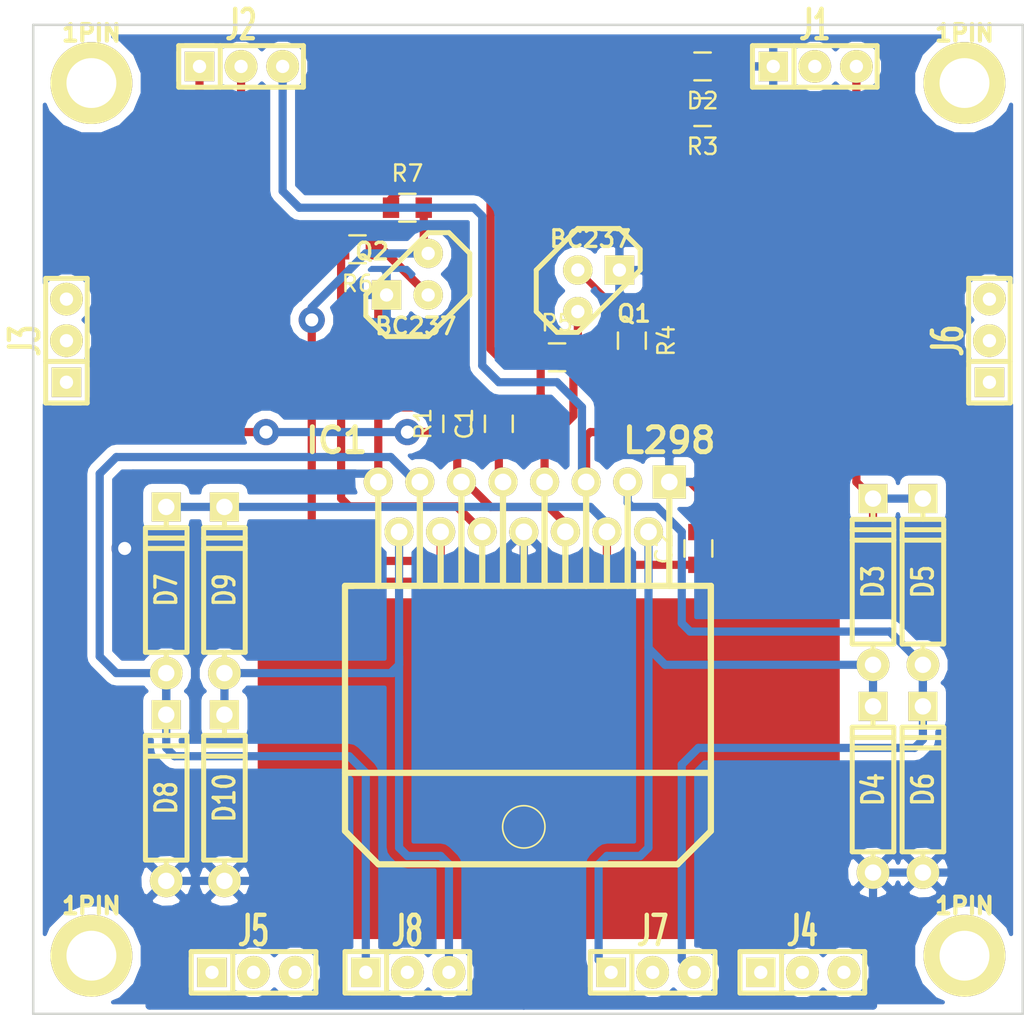
<source format=kicad_pcb>
(kicad_pcb (version 4) (host pcbnew 4.0.7)

  (general
    (links 50)
    (no_connects 0)
    (area 90.448001 52.672 192.762 133.938001)
    (thickness 1.6)
    (drawings 26)
    (tracks 407)
    (zones 0)
    (modules 32)
    (nets 30)
  )

  (page A4)
  (layers
    (0 F.Cu signal)
    (31 B.Cu signal)
    (32 B.Adhes user)
    (33 F.Adhes user)
    (34 B.Paste user)
    (35 F.Paste user)
    (36 B.SilkS user)
    (37 F.SilkS user)
    (38 B.Mask user)
    (39 F.Mask user)
    (40 Dwgs.User user hide)
    (41 Cmts.User user)
    (42 Eco1.User user)
    (43 Eco2.User user)
    (44 Edge.Cuts user)
    (45 Margin user)
    (46 B.CrtYd user)
    (47 F.CrtYd user)
    (48 B.Fab user)
    (49 F.Fab user)
  )

  (setup
    (last_trace_width 0.5)
    (trace_clearance 0.2)
    (zone_clearance 0.508)
    (zone_45_only no)
    (trace_min 0.2)
    (segment_width 0.2)
    (edge_width 0.15)
    (via_size 1.6)
    (via_drill 0.8)
    (via_min_size 0.4)
    (via_min_drill 0.3)
    (uvia_size 0.3)
    (uvia_drill 0.1)
    (uvias_allowed no)
    (uvia_min_size 0.2)
    (uvia_min_drill 0.1)
    (pcb_text_width 0.3)
    (pcb_text_size 1.5 1.5)
    (mod_edge_width 0.15)
    (mod_text_size 1 1)
    (mod_text_width 0.15)
    (pad_size 1.80086 1.80086)
    (pad_drill 0.8128)
    (pad_to_mask_clearance 0.2)
    (aux_axis_origin 0 0)
    (visible_elements 7FFDFEFF)
    (pcbplotparams
      (layerselection 0x00030_80000001)
      (usegerberextensions false)
      (excludeedgelayer false)
      (linewidth 0.100000)
      (plotframeref false)
      (viasonmask false)
      (mode 1)
      (useauxorigin false)
      (hpglpennumber 1)
      (hpglpenspeed 20)
      (hpglpendiameter 15)
      (hpglpenoverlay 2)
      (psnegative false)
      (psa4output false)
      (plotreference true)
      (plotvalue true)
      (plotinvisibletext false)
      (padsonsilk false)
      (subtractmaskfromsilk false)
      (outputformat 2)
      (mirror false)
      (drillshape 1)
      (scaleselection 1)
      (outputdirectory ./))
  )

  (net 0 "")
  (net 1 VCC)
  (net 2 GND)
  (net 3 "Net-(D2-Pad2)")
  (net 4 "Net-(D3-Pad2)")
  (net 5 "Net-(D5-Pad2)")
  (net 6 "Net-(D7-Pad2)")
  (net 7 "Net-(D10-Pad1)")
  (net 8 /PWM1)
  (net 9 /EN)
  (net 10 //PWM1)
  (net 11 /PWM2)
  (net 12 //PWM2)
  (net 13 "Net-(J1-Pad2)")
  (net 14 "Net-(J4-Pad2)")
  (net 15 "Net-(J5-Pad2)")
  (net 16 "Net-(J6-Pad1)")
  (net 17 "Net-(J6-Pad2)")
  (net 18 "Net-(J6-Pad3)")
  (net 19 "Net-(J7-Pad2)")
  (net 20 "Net-(Q1-Pad2)")
  (net 21 "Net-(Q2-Pad2)")
  (net 22 "Net-(J3-Pad1)")
  (net 23 "Net-(J3-Pad2)")
  (net 24 "Net-(J3-Pad3)")
  (net 25 "Net-(J4-Pad1)")
  (net 26 "Net-(J4-Pad3)")
  (net 27 "Net-(J5-Pad1)")
  (net 28 "Net-(J5-Pad3)")
  (net 29 "Net-(J8-Pad2)")

  (net_class Default "Ceci est la Netclass par défaut"
    (clearance 0.2)
    (trace_width 0.5)
    (via_dia 1.6)
    (via_drill 0.8)
    (uvia_dia 0.3)
    (uvia_drill 0.1)
    (add_net //PWM1)
    (add_net //PWM2)
    (add_net /EN)
    (add_net /PWM1)
    (add_net /PWM2)
    (add_net GND)
    (add_net "Net-(D10-Pad1)")
    (add_net "Net-(D2-Pad2)")
    (add_net "Net-(D3-Pad2)")
    (add_net "Net-(D5-Pad2)")
    (add_net "Net-(D7-Pad2)")
    (add_net "Net-(J1-Pad2)")
    (add_net "Net-(J3-Pad1)")
    (add_net "Net-(J3-Pad2)")
    (add_net "Net-(J3-Pad3)")
    (add_net "Net-(J4-Pad1)")
    (add_net "Net-(J4-Pad2)")
    (add_net "Net-(J4-Pad3)")
    (add_net "Net-(J5-Pad1)")
    (add_net "Net-(J5-Pad2)")
    (add_net "Net-(J5-Pad3)")
    (add_net "Net-(J6-Pad1)")
    (add_net "Net-(J6-Pad2)")
    (add_net "Net-(J6-Pad3)")
    (add_net "Net-(J7-Pad2)")
    (add_net "Net-(J8-Pad2)")
    (add_net "Net-(Q1-Pad2)")
    (add_net "Net-(Q2-Pad2)")
    (add_net VCC)
  )

  (module Lib_Kicad4_Tom:Tom_Capa_CMS_0805 (layer F.Cu) (tedit 5415D6EA) (tstamp 5CE39C99)
    (at 139.192 90.424 90)
    (descr "Capacitor SMD 0805, reflow soldering, AVX (see smccp.pdf)")
    (tags "capacitor 0805")
    (path /5C9E400D)
    (attr smd)
    (fp_text reference C1 (at 0 -2.1 90) (layer F.SilkS)
      (effects (font (size 1 1) (thickness 0.15)))
    )
    (fp_text value "100 µF" (at 0 2.1 90) (layer F.Fab)
      (effects (font (size 1 1) (thickness 0.15)))
    )
    (fp_line (start -1.8 -1) (end 1.8 -1) (layer F.CrtYd) (width 0.05))
    (fp_line (start -1.8 1) (end 1.8 1) (layer F.CrtYd) (width 0.05))
    (fp_line (start -1.8 -1) (end -1.8 1) (layer F.CrtYd) (width 0.05))
    (fp_line (start 1.8 -1) (end 1.8 1) (layer F.CrtYd) (width 0.05))
    (fp_line (start 0.5 -0.85) (end -0.5 -0.85) (layer F.SilkS) (width 0.15))
    (fp_line (start -0.5 0.85) (end 0.5 0.85) (layer F.SilkS) (width 0.15))
    (pad 1 smd rect (at -1 0 90) (size 1 1.25) (layers F.Cu F.Paste F.Mask)
      (net 1 VCC))
    (pad 2 smd rect (at 1 0 90) (size 1 1.25) (layers F.Cu F.Paste F.Mask)
      (net 2 GND))
    (model Capacitors_SMD.3dshapes/C_0805.wrl
      (at (xyz 0 0 0))
      (scale (xyz 1 1 1))
      (rotate (xyz 0 0 0))
    )
  )

  (module Lib_Kicad4_Tom:Tom_Capa_CMS_0805 (layer F.Cu) (tedit 5415D6EA) (tstamp 5CE39C9F)
    (at 151.384 98.044 90)
    (descr "Capacitor SMD 0805, reflow soldering, AVX (see smccp.pdf)")
    (tags "capacitor 0805")
    (path /5C9E3F91)
    (attr smd)
    (fp_text reference C2 (at 0 -2.1 90) (layer F.SilkS)
      (effects (font (size 1 1) (thickness 0.15)))
    )
    (fp_text value "100 µF" (at 0 2.1 90) (layer F.Fab)
      (effects (font (size 1 1) (thickness 0.15)))
    )
    (fp_line (start -1.8 -1) (end 1.8 -1) (layer F.CrtYd) (width 0.05))
    (fp_line (start -1.8 1) (end 1.8 1) (layer F.CrtYd) (width 0.05))
    (fp_line (start -1.8 -1) (end -1.8 1) (layer F.CrtYd) (width 0.05))
    (fp_line (start 1.8 -1) (end 1.8 1) (layer F.CrtYd) (width 0.05))
    (fp_line (start 0.5 -0.85) (end -0.5 -0.85) (layer F.SilkS) (width 0.15))
    (fp_line (start -0.5 0.85) (end 0.5 0.85) (layer F.SilkS) (width 0.15))
    (pad 1 smd rect (at -1 0 90) (size 1 1.25) (layers F.Cu F.Paste F.Mask)
      (net 1 VCC))
    (pad 2 smd rect (at 1 0 90) (size 1 1.25) (layers F.Cu F.Paste F.Mask)
      (net 2 GND))
    (model Capacitors_SMD.3dshapes/C_0805.wrl
      (at (xyz 0 0 0))
      (scale (xyz 1 1 1))
      (rotate (xyz 0 0 0))
    )
  )

  (module Lib_Kicad4_Tom:Tom_Capa_CMS_0805 (layer F.Cu) (tedit 5415D6EA) (tstamp 5CE39CAB)
    (at 151.638 68.58 180)
    (descr "Capacitor SMD 0805, reflow soldering, AVX (see smccp.pdf)")
    (tags "capacitor 0805")
    (path /5C9E3101)
    (attr smd)
    (fp_text reference D2 (at 0 -2.1 180) (layer F.SilkS)
      (effects (font (size 1 1) (thickness 0.15)))
    )
    (fp_text value LED (at 0 2.1 180) (layer F.Fab)
      (effects (font (size 1 1) (thickness 0.15)))
    )
    (fp_line (start -1.8 -1) (end 1.8 -1) (layer F.CrtYd) (width 0.05))
    (fp_line (start -1.8 1) (end 1.8 1) (layer F.CrtYd) (width 0.05))
    (fp_line (start -1.8 -1) (end -1.8 1) (layer F.CrtYd) (width 0.05))
    (fp_line (start 1.8 -1) (end 1.8 1) (layer F.CrtYd) (width 0.05))
    (fp_line (start 0.5 -0.85) (end -0.5 -0.85) (layer F.SilkS) (width 0.15))
    (fp_line (start -0.5 0.85) (end 0.5 0.85) (layer F.SilkS) (width 0.15))
    (pad 1 smd rect (at -1 0 180) (size 1 1.25) (layers F.Cu F.Paste F.Mask)
      (net 2 GND))
    (pad 2 smd rect (at 1 0 180) (size 1 1.25) (layers F.Cu F.Paste F.Mask)
      (net 3 "Net-(D2-Pad2)"))
    (model Capacitors_SMD.3dshapes/C_0805.wrl
      (at (xyz 0 0 0))
      (scale (xyz 1 1 1))
      (rotate (xyz 0 0 0))
    )
  )

  (module Lib_Kicad4_Tom:Tom_Diode (layer F.Cu) (tedit 57F8A89F) (tstamp 5CE39CB1)
    (at 162.052 100.076 90)
    (descr "Diode 4 pas")
    (tags "DIODE DEV")
    (path /5C9E3468)
    (fp_text reference D3 (at 0 0 90) (layer F.SilkS)
      (effects (font (size 1.27 1.016) (thickness 0.2032)))
    )
    (fp_text value D (at 0 0 90) (layer F.SilkS) hide
      (effects (font (size 1.27 1.016) (thickness 0.2032)))
    )
    (fp_line (start -3.81 -1.27) (end 3.81 -1.27) (layer F.SilkS) (width 0.3048))
    (fp_line (start 3.81 -1.27) (end 3.81 1.27) (layer F.SilkS) (width 0.3048))
    (fp_line (start 3.81 1.27) (end -3.81 1.27) (layer F.SilkS) (width 0.3048))
    (fp_line (start -3.81 1.27) (end -3.81 -1.27) (layer F.SilkS) (width 0.3048))
    (fp_line (start 3.175 -1.27) (end 3.175 1.27) (layer F.SilkS) (width 0.3048))
    (fp_line (start 2.54 1.27) (end 2.54 -1.27) (layer F.SilkS) (width 0.3048))
    (fp_line (start -3.81 0) (end -5.08 0) (layer F.SilkS) (width 0.3048))
    (fp_line (start 3.81 0) (end 5.08 0) (layer F.SilkS) (width 0.3048))
    (pad 2 thru_hole circle (at -5.08 0 90) (size 1.99898 1.99898) (drill 1.00076) (layers *.Cu *.Mask F.SilkS)
      (net 4 "Net-(D3-Pad2)"))
    (pad 1 thru_hole rect (at 5.08 0 90) (size 1.778 1.778) (drill 1.00076) (layers *.Cu *.Mask F.SilkS)
      (net 1 VCC))
    (model discret/diode.wrl
      (at (xyz 0 0 0))
      (scale (xyz 0.4 0.4 0.4))
      (rotate (xyz 0 0 0))
    )
  )

  (module Lib_Kicad4_Tom:Tom_Diode (layer F.Cu) (tedit 57F8A89F) (tstamp 5CE39CB7)
    (at 162.052 112.776 90)
    (descr "Diode 4 pas")
    (tags "DIODE DEV")
    (path /5C9E3522)
    (fp_text reference D4 (at 0 0 90) (layer F.SilkS)
      (effects (font (size 1.27 1.016) (thickness 0.2032)))
    )
    (fp_text value D (at 0 0 90) (layer F.SilkS) hide
      (effects (font (size 1.27 1.016) (thickness 0.2032)))
    )
    (fp_line (start -3.81 -1.27) (end 3.81 -1.27) (layer F.SilkS) (width 0.3048))
    (fp_line (start 3.81 -1.27) (end 3.81 1.27) (layer F.SilkS) (width 0.3048))
    (fp_line (start 3.81 1.27) (end -3.81 1.27) (layer F.SilkS) (width 0.3048))
    (fp_line (start -3.81 1.27) (end -3.81 -1.27) (layer F.SilkS) (width 0.3048))
    (fp_line (start 3.175 -1.27) (end 3.175 1.27) (layer F.SilkS) (width 0.3048))
    (fp_line (start 2.54 1.27) (end 2.54 -1.27) (layer F.SilkS) (width 0.3048))
    (fp_line (start -3.81 0) (end -5.08 0) (layer F.SilkS) (width 0.3048))
    (fp_line (start 3.81 0) (end 5.08 0) (layer F.SilkS) (width 0.3048))
    (pad 2 thru_hole circle (at -5.08 0 90) (size 1.99898 1.99898) (drill 1.00076) (layers *.Cu *.Mask F.SilkS)
      (net 2 GND))
    (pad 1 thru_hole rect (at 5.08 0 90) (size 1.778 1.778) (drill 1.00076) (layers *.Cu *.Mask F.SilkS)
      (net 4 "Net-(D3-Pad2)"))
    (model discret/diode.wrl
      (at (xyz 0 0 0))
      (scale (xyz 0.4 0.4 0.4))
      (rotate (xyz 0 0 0))
    )
  )

  (module Lib_Kicad4_Tom:Tom_Diode (layer F.Cu) (tedit 57F8A89F) (tstamp 5CE39CBD)
    (at 165.1 100.076 90)
    (descr "Diode 4 pas")
    (tags "DIODE DEV")
    (path /5C9E3580)
    (fp_text reference D5 (at 0 0 90) (layer F.SilkS)
      (effects (font (size 1.27 1.016) (thickness 0.2032)))
    )
    (fp_text value D (at 0 0 90) (layer F.SilkS) hide
      (effects (font (size 1.27 1.016) (thickness 0.2032)))
    )
    (fp_line (start -3.81 -1.27) (end 3.81 -1.27) (layer F.SilkS) (width 0.3048))
    (fp_line (start 3.81 -1.27) (end 3.81 1.27) (layer F.SilkS) (width 0.3048))
    (fp_line (start 3.81 1.27) (end -3.81 1.27) (layer F.SilkS) (width 0.3048))
    (fp_line (start -3.81 1.27) (end -3.81 -1.27) (layer F.SilkS) (width 0.3048))
    (fp_line (start 3.175 -1.27) (end 3.175 1.27) (layer F.SilkS) (width 0.3048))
    (fp_line (start 2.54 1.27) (end 2.54 -1.27) (layer F.SilkS) (width 0.3048))
    (fp_line (start -3.81 0) (end -5.08 0) (layer F.SilkS) (width 0.3048))
    (fp_line (start 3.81 0) (end 5.08 0) (layer F.SilkS) (width 0.3048))
    (pad 2 thru_hole circle (at -5.08 0 90) (size 1.99898 1.99898) (drill 1.00076) (layers *.Cu *.Mask F.SilkS)
      (net 5 "Net-(D5-Pad2)"))
    (pad 1 thru_hole rect (at 5.08 0 90) (size 1.778 1.778) (drill 1.00076) (layers *.Cu *.Mask F.SilkS)
      (net 1 VCC))
    (model discret/diode.wrl
      (at (xyz 0 0 0))
      (scale (xyz 0.4 0.4 0.4))
      (rotate (xyz 0 0 0))
    )
  )

  (module Lib_Kicad4_Tom:Tom_Diode (layer F.Cu) (tedit 57F8A89F) (tstamp 5CE39CC3)
    (at 165.1 112.776 90)
    (descr "Diode 4 pas")
    (tags "DIODE DEV")
    (path /5C9E365A)
    (fp_text reference D6 (at 0 0 90) (layer F.SilkS)
      (effects (font (size 1.27 1.016) (thickness 0.2032)))
    )
    (fp_text value D (at 0 0 90) (layer F.SilkS) hide
      (effects (font (size 1.27 1.016) (thickness 0.2032)))
    )
    (fp_line (start -3.81 -1.27) (end 3.81 -1.27) (layer F.SilkS) (width 0.3048))
    (fp_line (start 3.81 -1.27) (end 3.81 1.27) (layer F.SilkS) (width 0.3048))
    (fp_line (start 3.81 1.27) (end -3.81 1.27) (layer F.SilkS) (width 0.3048))
    (fp_line (start -3.81 1.27) (end -3.81 -1.27) (layer F.SilkS) (width 0.3048))
    (fp_line (start 3.175 -1.27) (end 3.175 1.27) (layer F.SilkS) (width 0.3048))
    (fp_line (start 2.54 1.27) (end 2.54 -1.27) (layer F.SilkS) (width 0.3048))
    (fp_line (start -3.81 0) (end -5.08 0) (layer F.SilkS) (width 0.3048))
    (fp_line (start 3.81 0) (end 5.08 0) (layer F.SilkS) (width 0.3048))
    (pad 2 thru_hole circle (at -5.08 0 90) (size 1.99898 1.99898) (drill 1.00076) (layers *.Cu *.Mask F.SilkS)
      (net 2 GND))
    (pad 1 thru_hole rect (at 5.08 0 90) (size 1.778 1.778) (drill 1.00076) (layers *.Cu *.Mask F.SilkS)
      (net 5 "Net-(D5-Pad2)"))
    (model discret/diode.wrl
      (at (xyz 0 0 0))
      (scale (xyz 0.4 0.4 0.4))
      (rotate (xyz 0 0 0))
    )
  )

  (module Lib_Kicad4_Tom:Tom_Diode (layer F.Cu) (tedit 57F8A89F) (tstamp 5CE39CC9)
    (at 118.872 100.584 90)
    (descr "Diode 4 pas")
    (tags "DIODE DEV")
    (path /5C9E35D3)
    (fp_text reference D7 (at 0 0 90) (layer F.SilkS)
      (effects (font (size 1.27 1.016) (thickness 0.2032)))
    )
    (fp_text value D (at 0 0 90) (layer F.SilkS) hide
      (effects (font (size 1.27 1.016) (thickness 0.2032)))
    )
    (fp_line (start -3.81 -1.27) (end 3.81 -1.27) (layer F.SilkS) (width 0.3048))
    (fp_line (start 3.81 -1.27) (end 3.81 1.27) (layer F.SilkS) (width 0.3048))
    (fp_line (start 3.81 1.27) (end -3.81 1.27) (layer F.SilkS) (width 0.3048))
    (fp_line (start -3.81 1.27) (end -3.81 -1.27) (layer F.SilkS) (width 0.3048))
    (fp_line (start 3.175 -1.27) (end 3.175 1.27) (layer F.SilkS) (width 0.3048))
    (fp_line (start 2.54 1.27) (end 2.54 -1.27) (layer F.SilkS) (width 0.3048))
    (fp_line (start -3.81 0) (end -5.08 0) (layer F.SilkS) (width 0.3048))
    (fp_line (start 3.81 0) (end 5.08 0) (layer F.SilkS) (width 0.3048))
    (pad 2 thru_hole circle (at -5.08 0 90) (size 1.99898 1.99898) (drill 1.00076) (layers *.Cu *.Mask F.SilkS)
      (net 6 "Net-(D7-Pad2)"))
    (pad 1 thru_hole rect (at 5.08 0 90) (size 1.778 1.778) (drill 1.00076) (layers *.Cu *.Mask F.SilkS)
      (net 1 VCC))
    (model discret/diode.wrl
      (at (xyz 0 0 0))
      (scale (xyz 0.4 0.4 0.4))
      (rotate (xyz 0 0 0))
    )
  )

  (module Lib_Kicad4_Tom:Tom_Diode (layer F.Cu) (tedit 57F8A89F) (tstamp 5CE39CCF)
    (at 118.872 113.284 90)
    (descr "Diode 4 pas")
    (tags "DIODE DEV")
    (path /5C9E36C6)
    (fp_text reference D8 (at 0 0 90) (layer F.SilkS)
      (effects (font (size 1.27 1.016) (thickness 0.2032)))
    )
    (fp_text value D (at 0 0 90) (layer F.SilkS) hide
      (effects (font (size 1.27 1.016) (thickness 0.2032)))
    )
    (fp_line (start -3.81 -1.27) (end 3.81 -1.27) (layer F.SilkS) (width 0.3048))
    (fp_line (start 3.81 -1.27) (end 3.81 1.27) (layer F.SilkS) (width 0.3048))
    (fp_line (start 3.81 1.27) (end -3.81 1.27) (layer F.SilkS) (width 0.3048))
    (fp_line (start -3.81 1.27) (end -3.81 -1.27) (layer F.SilkS) (width 0.3048))
    (fp_line (start 3.175 -1.27) (end 3.175 1.27) (layer F.SilkS) (width 0.3048))
    (fp_line (start 2.54 1.27) (end 2.54 -1.27) (layer F.SilkS) (width 0.3048))
    (fp_line (start -3.81 0) (end -5.08 0) (layer F.SilkS) (width 0.3048))
    (fp_line (start 3.81 0) (end 5.08 0) (layer F.SilkS) (width 0.3048))
    (pad 2 thru_hole circle (at -5.08 0 90) (size 1.99898 1.99898) (drill 1.00076) (layers *.Cu *.Mask F.SilkS)
      (net 2 GND))
    (pad 1 thru_hole rect (at 5.08 0 90) (size 1.778 1.778) (drill 1.00076) (layers *.Cu *.Mask F.SilkS)
      (net 6 "Net-(D7-Pad2)"))
    (model discret/diode.wrl
      (at (xyz 0 0 0))
      (scale (xyz 0.4 0.4 0.4))
      (rotate (xyz 0 0 0))
    )
  )

  (module Lib_Kicad4_Tom:Tom_Diode (layer F.Cu) (tedit 5CE3A5D5) (tstamp 5CE39CD5)
    (at 122.428 100.584 90)
    (descr "Diode 4 pas")
    (tags "DIODE DEV")
    (path /5C9E3615)
    (fp_text reference D9 (at 0 0 90) (layer F.SilkS)
      (effects (font (size 1.27 1.016) (thickness 0.2032)))
    )
    (fp_text value D (at 0 0 90) (layer F.SilkS) hide
      (effects (font (size 1.27 1.016) (thickness 0.2032)))
    )
    (fp_line (start -3.81 -1.27) (end 3.81 -1.27) (layer F.SilkS) (width 0.3048))
    (fp_line (start 3.81 -1.27) (end 3.81 1.27) (layer F.SilkS) (width 0.3048))
    (fp_line (start 3.81 1.27) (end -3.81 1.27) (layer F.SilkS) (width 0.3048))
    (fp_line (start -3.81 1.27) (end -3.81 -1.27) (layer F.SilkS) (width 0.3048))
    (fp_line (start 3.175 -1.27) (end 3.175 1.27) (layer F.SilkS) (width 0.3048))
    (fp_line (start 2.54 1.27) (end 2.54 -1.27) (layer F.SilkS) (width 0.3048))
    (fp_line (start -3.81 0) (end -5.08 0) (layer F.SilkS) (width 0.3048))
    (fp_line (start 3.81 0) (end 5.08 0) (layer F.SilkS) (width 0.3048))
    (pad 2 thru_hole circle (at -5.08 0 90) (size 1.99898 1.99898) (drill 1.00076) (layers *.Cu *.Mask F.SilkS)
      (net 7 "Net-(D10-Pad1)"))
    (pad 1 thru_hole rect (at 5.08 0 90) (size 1.778 1.778) (drill 1.00076) (layers *.Cu *.Mask F.SilkS)
      (net 1 VCC))
    (model discret/diode.wrl
      (at (xyz 0 0 0))
      (scale (xyz 0.4 0.4 0.4))
      (rotate (xyz 0 0 0))
    )
  )

  (module Lib_Kicad4_Tom:Tom_Diode (layer F.Cu) (tedit 57F8A89F) (tstamp 5CE39CDB)
    (at 122.428 113.284 90)
    (descr "Diode 4 pas")
    (tags "DIODE DEV")
    (path /5C9E3711)
    (fp_text reference D10 (at 0 0 90) (layer F.SilkS)
      (effects (font (size 1.27 1.016) (thickness 0.2032)))
    )
    (fp_text value D (at 0 0 90) (layer F.SilkS) hide
      (effects (font (size 1.27 1.016) (thickness 0.2032)))
    )
    (fp_line (start -3.81 -1.27) (end 3.81 -1.27) (layer F.SilkS) (width 0.3048))
    (fp_line (start 3.81 -1.27) (end 3.81 1.27) (layer F.SilkS) (width 0.3048))
    (fp_line (start 3.81 1.27) (end -3.81 1.27) (layer F.SilkS) (width 0.3048))
    (fp_line (start -3.81 1.27) (end -3.81 -1.27) (layer F.SilkS) (width 0.3048))
    (fp_line (start 3.175 -1.27) (end 3.175 1.27) (layer F.SilkS) (width 0.3048))
    (fp_line (start 2.54 1.27) (end 2.54 -1.27) (layer F.SilkS) (width 0.3048))
    (fp_line (start -3.81 0) (end -5.08 0) (layer F.SilkS) (width 0.3048))
    (fp_line (start 3.81 0) (end 5.08 0) (layer F.SilkS) (width 0.3048))
    (pad 2 thru_hole circle (at -5.08 0 90) (size 1.99898 1.99898) (drill 1.00076) (layers *.Cu *.Mask F.SilkS)
      (net 2 GND))
    (pad 1 thru_hole rect (at 5.08 0 90) (size 1.778 1.778) (drill 1.00076) (layers *.Cu *.Mask F.SilkS)
      (net 7 "Net-(D10-Pad1)"))
    (model discret/diode.wrl
      (at (xyz 0 0 0))
      (scale (xyz 0.4 0.4 0.4))
      (rotate (xyz 0 0 0))
    )
  )

  (module Lib_Kicad4_Tom:Tom_L298_NH (layer F.Cu) (tedit 5CE39E31) (tstamp 5CE39CEE)
    (at 140.716 96.52)
    (descr "Boitier Multiwatt vertical 15 broches")
    (tags "Boitier Multiwatt 15b")
    (path /5C9E1C00)
    (fp_text reference IC1 (at -11.43 -5.08) (layer F.SilkS)
      (effects (font (thickness 0.3048)))
    )
    (fp_text value L298 (at 8.89 -5.08) (layer F.SilkS)
      (effects (font (thickness 0.3048)))
    )
    (fp_circle (center 0 18.542) (end 1.27 18.288) (layer F.SilkS) (width 0.1))
    (fp_line (start -10.922 3.81) (end -10.414 3.81) (layer F.SilkS) (width 0.381))
    (fp_line (start -10.922 15.24) (end 11.43 15.24) (layer F.SilkS) (width 0.381))
    (fp_line (start -8.89 20.828) (end 9.398 20.828) (layer F.SilkS) (width 0.381))
    (fp_line (start 9.398 20.828) (end 11.43 18.796) (layer F.SilkS) (width 0.381))
    (fp_line (start -8.89 20.828) (end -10.922 18.796) (layer F.SilkS) (width 0.381))
    (fp_line (start 11.43 3.81) (end 11.43 18.796) (layer F.SilkS) (width 0.381))
    (fp_line (start -10.922 3.81) (end -10.922 18.796) (layer F.SilkS) (width 0.381))
    (fp_line (start 7.62 0.508) (end 7.62 3.81) (layer F.SilkS) (width 0.381))
    (fp_line (start 5.08 0.508) (end 5.08 3.81) (layer F.SilkS) (width 0.381))
    (fp_line (start 2.54 0.508) (end 2.54 3.81) (layer F.SilkS) (width 0.381))
    (fp_line (start 0 0.508) (end 0 3.81) (layer F.SilkS) (width 0.381))
    (fp_line (start -2.54 0.508) (end -2.54 3.81) (layer F.SilkS) (width 0.381))
    (fp_line (start -5.08 0.508) (end -5.08 3.81) (layer F.SilkS) (width 0.381))
    (fp_line (start -7.62 3.556) (end -7.62 3.81) (layer F.SilkS) (width 0.381))
    (fp_line (start -7.62 0.508) (end -7.62 3.556) (layer F.SilkS) (width 0.381))
    (fp_line (start -3.81 -2.54) (end -3.81 3.81) (layer F.SilkS) (width 0.381))
    (fp_line (start -1.27 -2.54) (end -1.27 3.81) (layer F.SilkS) (width 0.381))
    (fp_line (start 1.27 -2.54) (end 1.27 3.81) (layer F.SilkS) (width 0.381))
    (fp_line (start 3.81 -2.54) (end 3.81 3.81) (layer F.SilkS) (width 0.381))
    (fp_line (start 11.43 3.81) (end 11.43 8.255) (layer F.SilkS) (width 0.381))
    (fp_line (start -6.35 -2.54) (end -6.35 3.81) (layer F.SilkS) (width 0.381))
    (fp_line (start -8.89 3.81) (end -8.89 -2.54) (layer F.SilkS) (width 0.381))
    (fp_line (start 8.89 3.81) (end 8.89 -2.54) (layer F.SilkS) (width 0.381))
    (fp_line (start 6.35 3.81) (end 6.35 -2.54) (layer F.SilkS) (width 0.381))
    (fp_line (start -10.795 3.81) (end 11.43 3.81) (layer F.SilkS) (width 0.381))
    (pad 1 thru_hole rect (at 8.89 -2.54) (size 2.032 2.032) (drill 1.016) (layers *.Cu *.Mask F.SilkS)
      (net 2 GND))
    (pad 2 thru_hole circle (at 7.62 0.508) (size 1.778 1.778) (drill 1.016) (layers *.Cu *.Mask F.SilkS)
      (net 4 "Net-(D3-Pad2)"))
    (pad 3 thru_hole circle (at 6.35 -2.54) (size 1.778 1.778) (drill 1.016) (layers *.Cu *.Mask F.SilkS)
      (net 5 "Net-(D5-Pad2)"))
    (pad 4 thru_hole circle (at 5.08 0.508) (size 1.778 1.778) (drill 1.016) (layers *.Cu *.Mask F.SilkS)
      (net 1 VCC))
    (pad 5 thru_hole circle (at 3.81 -2.54) (size 1.778 1.778) (drill 1.016) (layers *.Cu *.Mask F.SilkS)
      (net 8 /PWM1))
    (pad 6 thru_hole circle (at 2.54 0.508) (size 1.778 1.778) (drill 1.016) (layers *.Cu *.Mask F.SilkS)
      (net 9 /EN))
    (pad 7 thru_hole circle (at 1.27 -2.54) (size 1.778 1.778) (drill 1.016) (layers *.Cu *.Mask F.SilkS)
      (net 10 //PWM1))
    (pad 8 thru_hole circle (at 0 0.508) (size 1.778 1.778) (drill 1.016) (layers *.Cu *.Mask F.SilkS)
      (net 2 GND))
    (pad 9 thru_hole circle (at -1.27 -2.54) (size 1.778 1.778) (drill 1.016) (layers *.Cu *.Mask F.SilkS)
      (net 1 VCC))
    (pad 10 thru_hole circle (at -2.54 0.508) (size 1.778 1.778) (drill 1.016) (layers *.Cu *.Mask F.SilkS)
      (net 11 /PWM2))
    (pad 11 thru_hole circle (at -3.81 -2.54) (size 1.778 1.778) (drill 1.016) (layers *.Cu *.Mask F.SilkS)
      (net 9 /EN))
    (pad 12 thru_hole circle (at -5.08 0.508) (size 1.778 1.778) (drill 1.016) (layers *.Cu *.Mask F.SilkS)
      (net 12 //PWM2))
    (pad 13 thru_hole circle (at -6.35 -2.54) (size 1.778 1.778) (drill 1.016) (layers *.Cu *.Mask F.SilkS)
      (net 6 "Net-(D7-Pad2)"))
    (pad 14 thru_hole circle (at -7.62 0.508) (size 1.778 1.778) (drill 1.016) (layers *.Cu *.Mask F.SilkS)
      (net 7 "Net-(D10-Pad1)"))
    (pad 15 thru_hole circle (at -8.89 -2.54) (size 1.778 1.778) (drill 1.016) (layers *.Cu *.Mask F.SilkS)
      (net 2 GND))
    (model packages3d\Geii_divers\MULTIW15V.wrl
      (at (xyz 0 0 0))
      (scale (xyz 1 1 1))
      (rotate (xyz 0 0 0))
    )
  )

  (module Lib_Kicad4_Tom:Tom_SIL-3 (layer F.Cu) (tedit 4E8AE374) (tstamp 5CE39CF5)
    (at 158.496 68.58)
    (descr "Connecteur 3 pins")
    (tags "CONN DEV")
    (path /5C9E2CE4)
    (fp_text reference J1 (at 0 -2.54) (layer F.SilkS)
      (effects (font (size 1.7907 1.07696) (thickness 0.26924)))
    )
    (fp_text value Conn_01x03 (at 0 -2.54) (layer F.SilkS) hide
      (effects (font (size 1.524 1.016) (thickness 0.254)))
    )
    (fp_line (start -3.81 1.27) (end -3.81 -1.27) (layer F.SilkS) (width 0.3048))
    (fp_line (start -3.81 -1.27) (end 3.81 -1.27) (layer F.SilkS) (width 0.3048))
    (fp_line (start 3.81 -1.27) (end 3.81 1.27) (layer F.SilkS) (width 0.3048))
    (fp_line (start 3.81 1.27) (end -3.81 1.27) (layer F.SilkS) (width 0.3048))
    (fp_line (start -1.27 -1.27) (end -1.27 1.27) (layer F.SilkS) (width 0.3048))
    (pad 1 thru_hole rect (at -2.54 0) (size 1.80086 1.80086) (drill 0.8128) (layers *.Cu *.Mask F.SilkS)
      (net 2 GND))
    (pad 2 thru_hole circle (at 0 0) (size 1.99898 1.99898) (drill 0.8128) (layers *.Cu *.Mask F.SilkS)
      (net 13 "Net-(J1-Pad2)"))
    (pad 3 thru_hole circle (at 2.54 0) (size 1.99898 1.99898) (drill 0.8128) (layers *.Cu *.Mask F.SilkS)
      (net 1 VCC))
  )

  (module Lib_Kicad4_Tom:Tom_SIL-3 (layer F.Cu) (tedit 4E8AE374) (tstamp 5CE39CFC)
    (at 123.444 68.58)
    (descr "Connecteur 3 pins")
    (tags "CONN DEV")
    (path /5C9E5878)
    (fp_text reference J2 (at 0 -2.54) (layer F.SilkS)
      (effects (font (size 1.7907 1.07696) (thickness 0.26924)))
    )
    (fp_text value Conn_01x03 (at 0 -2.54) (layer F.SilkS) hide
      (effects (font (size 1.524 1.016) (thickness 0.254)))
    )
    (fp_line (start -3.81 1.27) (end -3.81 -1.27) (layer F.SilkS) (width 0.3048))
    (fp_line (start -3.81 -1.27) (end 3.81 -1.27) (layer F.SilkS) (width 0.3048))
    (fp_line (start 3.81 -1.27) (end 3.81 1.27) (layer F.SilkS) (width 0.3048))
    (fp_line (start 3.81 1.27) (end -3.81 1.27) (layer F.SilkS) (width 0.3048))
    (fp_line (start -1.27 -1.27) (end -1.27 1.27) (layer F.SilkS) (width 0.3048))
    (pad 1 thru_hole rect (at -2.54 0) (size 1.80086 1.80086) (drill 0.8128) (layers *.Cu *.Mask F.SilkS)
      (net 9 /EN))
    (pad 2 thru_hole circle (at 0 0) (size 1.99898 1.99898) (drill 0.8128) (layers *.Cu *.Mask F.SilkS)
      (net 11 /PWM2))
    (pad 3 thru_hole circle (at 2.54 0) (size 1.99898 1.99898) (drill 0.8128) (layers *.Cu *.Mask F.SilkS)
      (net 8 /PWM1))
  )

  (module Lib_Kicad4_Tom:Tom_SIL-3 (layer F.Cu) (tedit 4E8AE374) (tstamp 5CE39D03)
    (at 112.776 85.344 90)
    (descr "Connecteur 3 pins")
    (tags "CONN DEV")
    (path /5CE7BFCE)
    (fp_text reference J3 (at 0 -2.54 90) (layer F.SilkS)
      (effects (font (size 1.7907 1.07696) (thickness 0.26924)))
    )
    (fp_text value Conn_01x03 (at 0 -2.54 90) (layer F.SilkS) hide
      (effects (font (size 1.524 1.016) (thickness 0.254)))
    )
    (fp_line (start -3.81 1.27) (end -3.81 -1.27) (layer F.SilkS) (width 0.3048))
    (fp_line (start -3.81 -1.27) (end 3.81 -1.27) (layer F.SilkS) (width 0.3048))
    (fp_line (start 3.81 -1.27) (end 3.81 1.27) (layer F.SilkS) (width 0.3048))
    (fp_line (start 3.81 1.27) (end -3.81 1.27) (layer F.SilkS) (width 0.3048))
    (fp_line (start -1.27 -1.27) (end -1.27 1.27) (layer F.SilkS) (width 0.3048))
    (pad 1 thru_hole rect (at -2.54 0 90) (size 1.80086 1.80086) (drill 0.8128) (layers *.Cu *.Mask F.SilkS)
      (net 22 "Net-(J3-Pad1)"))
    (pad 2 thru_hole circle (at 0 0 90) (size 1.99898 1.99898) (drill 0.8128) (layers *.Cu *.Mask F.SilkS)
      (net 23 "Net-(J3-Pad2)"))
    (pad 3 thru_hole circle (at 2.54 0 90) (size 1.99898 1.99898) (drill 0.8128) (layers *.Cu *.Mask F.SilkS)
      (net 24 "Net-(J3-Pad3)"))
  )

  (module Lib_Kicad4_Tom:Tom_SIL-3 (layer F.Cu) (tedit 4E8AE374) (tstamp 5CE39D0A)
    (at 157.734 123.952)
    (descr "Connecteur 3 pins")
    (tags "CONN DEV")
    (path /5C9E2C75)
    (fp_text reference J4 (at 0 -2.54) (layer F.SilkS)
      (effects (font (size 1.7907 1.07696) (thickness 0.26924)))
    )
    (fp_text value Conn_01x03 (at 0 -2.54) (layer F.SilkS) hide
      (effects (font (size 1.524 1.016) (thickness 0.254)))
    )
    (fp_line (start -3.81 1.27) (end -3.81 -1.27) (layer F.SilkS) (width 0.3048))
    (fp_line (start -3.81 -1.27) (end 3.81 -1.27) (layer F.SilkS) (width 0.3048))
    (fp_line (start 3.81 -1.27) (end 3.81 1.27) (layer F.SilkS) (width 0.3048))
    (fp_line (start 3.81 1.27) (end -3.81 1.27) (layer F.SilkS) (width 0.3048))
    (fp_line (start -1.27 -1.27) (end -1.27 1.27) (layer F.SilkS) (width 0.3048))
    (pad 1 thru_hole rect (at -2.54 0) (size 1.80086 1.80086) (drill 0.8128) (layers *.Cu *.Mask F.SilkS)
      (net 25 "Net-(J4-Pad1)"))
    (pad 2 thru_hole circle (at 0 0) (size 1.99898 1.99898) (drill 0.8128) (layers *.Cu *.Mask F.SilkS)
      (net 14 "Net-(J4-Pad2)"))
    (pad 3 thru_hole circle (at 2.54 0) (size 1.99898 1.99898) (drill 0.8128) (layers *.Cu *.Mask F.SilkS)
      (net 26 "Net-(J4-Pad3)"))
  )

  (module Lib_Kicad4_Tom:Tom_SIL-3 (layer F.Cu) (tedit 4E8AE374) (tstamp 5CE39D11)
    (at 124.206 123.952)
    (descr "Connecteur 3 pins")
    (tags "CONN DEV")
    (path /5CACA3DF)
    (fp_text reference J5 (at 0 -2.54) (layer F.SilkS)
      (effects (font (size 1.7907 1.07696) (thickness 0.26924)))
    )
    (fp_text value Conn_01x03 (at 0 -2.54) (layer F.SilkS) hide
      (effects (font (size 1.524 1.016) (thickness 0.254)))
    )
    (fp_line (start -3.81 1.27) (end -3.81 -1.27) (layer F.SilkS) (width 0.3048))
    (fp_line (start -3.81 -1.27) (end 3.81 -1.27) (layer F.SilkS) (width 0.3048))
    (fp_line (start 3.81 -1.27) (end 3.81 1.27) (layer F.SilkS) (width 0.3048))
    (fp_line (start 3.81 1.27) (end -3.81 1.27) (layer F.SilkS) (width 0.3048))
    (fp_line (start -1.27 -1.27) (end -1.27 1.27) (layer F.SilkS) (width 0.3048))
    (pad 1 thru_hole rect (at -2.54 0) (size 1.80086 1.80086) (drill 0.8128) (layers *.Cu *.Mask F.SilkS)
      (net 27 "Net-(J5-Pad1)"))
    (pad 2 thru_hole circle (at 0 0) (size 1.99898 1.99898) (drill 0.8128) (layers *.Cu *.Mask F.SilkS)
      (net 15 "Net-(J5-Pad2)"))
    (pad 3 thru_hole circle (at 2.54 0) (size 1.99898 1.99898) (drill 0.8128) (layers *.Cu *.Mask F.SilkS)
      (net 28 "Net-(J5-Pad3)"))
  )

  (module Lib_Kicad4_Tom:Tom_SIL-3 (layer F.Cu) (tedit 4E8AE374) (tstamp 5CE39D18)
    (at 169.164 85.344 90)
    (descr "Connecteur 3 pins")
    (tags "CONN DEV")
    (path /5CACA312)
    (fp_text reference J6 (at 0 -2.54 90) (layer F.SilkS)
      (effects (font (size 1.7907 1.07696) (thickness 0.26924)))
    )
    (fp_text value Conn_01x03 (at 0 -2.54 90) (layer F.SilkS) hide
      (effects (font (size 1.524 1.016) (thickness 0.254)))
    )
    (fp_line (start -3.81 1.27) (end -3.81 -1.27) (layer F.SilkS) (width 0.3048))
    (fp_line (start -3.81 -1.27) (end 3.81 -1.27) (layer F.SilkS) (width 0.3048))
    (fp_line (start 3.81 -1.27) (end 3.81 1.27) (layer F.SilkS) (width 0.3048))
    (fp_line (start 3.81 1.27) (end -3.81 1.27) (layer F.SilkS) (width 0.3048))
    (fp_line (start -1.27 -1.27) (end -1.27 1.27) (layer F.SilkS) (width 0.3048))
    (pad 1 thru_hole rect (at -2.54 0 90) (size 1.80086 1.80086) (drill 0.8128) (layers *.Cu *.Mask F.SilkS)
      (net 16 "Net-(J6-Pad1)"))
    (pad 2 thru_hole circle (at 0 0 90) (size 1.99898 1.99898) (drill 0.8128) (layers *.Cu *.Mask F.SilkS)
      (net 17 "Net-(J6-Pad2)"))
    (pad 3 thru_hole circle (at 2.54 0 90) (size 1.99898 1.99898) (drill 0.8128) (layers *.Cu *.Mask F.SilkS)
      (net 18 "Net-(J6-Pad3)"))
  )

  (module Lib_Kicad4_Tom:Tom_SIL-3 (layer F.Cu) (tedit 4E8AE374) (tstamp 5CE39D1F)
    (at 148.59 123.952)
    (descr "Connecteur 3 pins")
    (tags "CONN DEV")
    (path /5C9E37E5)
    (fp_text reference J7 (at 0 -2.54) (layer F.SilkS)
      (effects (font (size 1.7907 1.07696) (thickness 0.26924)))
    )
    (fp_text value Conn_01x03 (at 0 -2.54) (layer F.SilkS) hide
      (effects (font (size 1.524 1.016) (thickness 0.254)))
    )
    (fp_line (start -3.81 1.27) (end -3.81 -1.27) (layer F.SilkS) (width 0.3048))
    (fp_line (start -3.81 -1.27) (end 3.81 -1.27) (layer F.SilkS) (width 0.3048))
    (fp_line (start 3.81 -1.27) (end 3.81 1.27) (layer F.SilkS) (width 0.3048))
    (fp_line (start 3.81 1.27) (end -3.81 1.27) (layer F.SilkS) (width 0.3048))
    (fp_line (start -1.27 -1.27) (end -1.27 1.27) (layer F.SilkS) (width 0.3048))
    (pad 1 thru_hole rect (at -2.54 0) (size 1.80086 1.80086) (drill 0.8128) (layers *.Cu *.Mask F.SilkS)
      (net 4 "Net-(D3-Pad2)"))
    (pad 2 thru_hole circle (at 0 0) (size 1.99898 1.99898) (drill 0.8128) (layers *.Cu *.Mask F.SilkS)
      (net 19 "Net-(J7-Pad2)"))
    (pad 3 thru_hole circle (at 2.54 0) (size 1.99898 1.99898) (drill 0.8128) (layers *.Cu *.Mask F.SilkS)
      (net 5 "Net-(D5-Pad2)"))
  )

  (module Lib_Kicad4_Tom:Tom_TO92-EBC (layer F.Cu) (tedit 5CEBD3B2) (tstamp 5CE39D26)
    (at 145.288 82.296)
    (descr "Transistor TO92 brochage type BC237")
    (tags "TR TO92")
    (path /5C9E54C1)
    (fp_text reference Q1 (at 2.159 1.397) (layer F.SilkS)
      (effects (font (size 1.016 1.016) (thickness 0.2032)))
    )
    (fp_text value BC237 (at -0.508 -3.175) (layer F.SilkS)
      (effects (font (size 1.016 1.016) (thickness 0.2032)))
    )
    (fp_line (start -1.27 2.54) (end 2.54 -1.27) (layer F.SilkS) (width 0.3048))
    (fp_line (start 2.54 -1.27) (end 2.54 -2.54) (layer F.SilkS) (width 0.3048))
    (fp_line (start 2.54 -2.54) (end 1.27 -3.81) (layer F.SilkS) (width 0.3048))
    (fp_line (start 1.27 -3.81) (end -1.27 -3.81) (layer F.SilkS) (width 0.3048))
    (fp_line (start -1.27 -3.81) (end -3.81 -1.27) (layer F.SilkS) (width 0.3048))
    (fp_line (start -3.81 -1.27) (end -3.81 1.27) (layer F.SilkS) (width 0.3048))
    (fp_line (start -3.81 1.27) (end -2.54 2.54) (layer F.SilkS) (width 0.3048))
    (fp_line (start -2.54 2.54) (end -1.27 2.54) (layer F.SilkS) (width 0.3048))
    (pad E thru_hole rect (at 1.27 -1.27) (size 1.80086 1.80086) (drill 0.8128) (layers *.Cu *.Mask F.SilkS)
      (net 2 GND))
    (pad B thru_hole circle (at -1.27 -1.27) (size 1.80086 1.80086) (drill 0.8128) (layers *.Cu *.Mask F.SilkS)
      (net 20 "Net-(Q1-Pad2)"))
    (pad C thru_hole circle (at -1.27 1.27) (size 1.80086 1.80086) (drill 0.8128) (layers *.Cu *.Mask F.SilkS)
      (net 10 //PWM1))
    (model discret/to98.wrl
      (at (xyz 0 0 0))
      (scale (xyz 1 1 1))
      (rotate (xyz 0 0 0))
    )
  )

  (module Lib_Kicad4_Tom:Tom_TO92-EBC (layer F.Cu) (tedit 5CEBD3C5) (tstamp 5CE39D2D)
    (at 133.604 81.28 180)
    (descr "Transistor TO92 brochage type BC237")
    (tags "TR TO92")
    (path /5C9E69F1)
    (fp_text reference Q2 (at 2.159 1.397 180) (layer F.SilkS)
      (effects (font (size 1.016 1.016) (thickness 0.2032)))
    )
    (fp_text value BC237 (at -0.508 -3.175 180) (layer F.SilkS)
      (effects (font (size 1.016 1.016) (thickness 0.2032)))
    )
    (fp_line (start -1.27 2.54) (end 2.54 -1.27) (layer F.SilkS) (width 0.3048))
    (fp_line (start 2.54 -1.27) (end 2.54 -2.54) (layer F.SilkS) (width 0.3048))
    (fp_line (start 2.54 -2.54) (end 1.27 -3.81) (layer F.SilkS) (width 0.3048))
    (fp_line (start 1.27 -3.81) (end -1.27 -3.81) (layer F.SilkS) (width 0.3048))
    (fp_line (start -1.27 -3.81) (end -3.81 -1.27) (layer F.SilkS) (width 0.3048))
    (fp_line (start -3.81 -1.27) (end -3.81 1.27) (layer F.SilkS) (width 0.3048))
    (fp_line (start -3.81 1.27) (end -2.54 2.54) (layer F.SilkS) (width 0.3048))
    (fp_line (start -2.54 2.54) (end -1.27 2.54) (layer F.SilkS) (width 0.3048))
    (pad E thru_hole rect (at 1.27 -1.27 180) (size 1.80086 1.80086) (drill 0.8128) (layers *.Cu *.Mask F.SilkS)
      (net 2 GND))
    (pad B thru_hole circle (at -1.27 -1.27 180) (size 1.80086 1.80086) (drill 0.8128) (layers *.Cu *.Mask F.SilkS)
      (net 21 "Net-(Q2-Pad2)"))
    (pad C thru_hole circle (at -1.27 1.27 180) (size 1.80086 1.80086) (drill 0.8128) (layers *.Cu *.Mask F.SilkS)
      (net 12 //PWM2))
    (model discret/to98.wrl
      (at (xyz 0 0 0))
      (scale (xyz 1 1 1))
      (rotate (xyz 0 0 0))
    )
  )

  (module Lib_Kicad4_Tom:Tom_Capa_CMS_0805 (layer F.Cu) (tedit 5415D6EA) (tstamp 5CE39D33)
    (at 136.652 90.424 90)
    (descr "Capacitor SMD 0805, reflow soldering, AVX (see smccp.pdf)")
    (tags "capacitor 0805")
    (path /5C9E48EE)
    (attr smd)
    (fp_text reference R1 (at 0 -2.1 90) (layer F.SilkS)
      (effects (font (size 1 1) (thickness 0.15)))
    )
    (fp_text value R (at 0 2.1 90) (layer F.Fab)
      (effects (font (size 1 1) (thickness 0.15)))
    )
    (fp_line (start -1.8 -1) (end 1.8 -1) (layer F.CrtYd) (width 0.05))
    (fp_line (start -1.8 1) (end 1.8 1) (layer F.CrtYd) (width 0.05))
    (fp_line (start -1.8 -1) (end -1.8 1) (layer F.CrtYd) (width 0.05))
    (fp_line (start 1.8 -1) (end 1.8 1) (layer F.CrtYd) (width 0.05))
    (fp_line (start 0.5 -0.85) (end -0.5 -0.85) (layer F.SilkS) (width 0.15))
    (fp_line (start -0.5 0.85) (end 0.5 0.85) (layer F.SilkS) (width 0.15))
    (pad 1 smd rect (at -1 0 90) (size 1 1.25) (layers F.Cu F.Paste F.Mask)
      (net 9 /EN))
    (pad 2 smd rect (at 1 0 90) (size 1 1.25) (layers F.Cu F.Paste F.Mask)
      (net 2 GND))
    (model Capacitors_SMD.3dshapes/C_0805.wrl
      (at (xyz 0 0 0))
      (scale (xyz 1 1 1))
      (rotate (xyz 0 0 0))
    )
  )

  (module Lib_Kicad4_Tom:Tom_Capa_CMS_0805 (layer F.Cu) (tedit 5415D6EA) (tstamp 5CE39D3F)
    (at 151.638 71.374 180)
    (descr "Capacitor SMD 0805, reflow soldering, AVX (see smccp.pdf)")
    (tags "capacitor 0805")
    (path /5C9E3085)
    (attr smd)
    (fp_text reference R3 (at 0 -2.1 180) (layer F.SilkS)
      (effects (font (size 1 1) (thickness 0.15)))
    )
    (fp_text value 470 (at 0 2.1 180) (layer F.Fab)
      (effects (font (size 1 1) (thickness 0.15)))
    )
    (fp_line (start -1.8 -1) (end 1.8 -1) (layer F.CrtYd) (width 0.05))
    (fp_line (start -1.8 1) (end 1.8 1) (layer F.CrtYd) (width 0.05))
    (fp_line (start -1.8 -1) (end -1.8 1) (layer F.CrtYd) (width 0.05))
    (fp_line (start 1.8 -1) (end 1.8 1) (layer F.CrtYd) (width 0.05))
    (fp_line (start 0.5 -0.85) (end -0.5 -0.85) (layer F.SilkS) (width 0.15))
    (fp_line (start -0.5 0.85) (end 0.5 0.85) (layer F.SilkS) (width 0.15))
    (pad 1 smd rect (at -1 0 180) (size 1 1.25) (layers F.Cu F.Paste F.Mask)
      (net 1 VCC))
    (pad 2 smd rect (at 1 0 180) (size 1 1.25) (layers F.Cu F.Paste F.Mask)
      (net 3 "Net-(D2-Pad2)"))
    (model Capacitors_SMD.3dshapes/C_0805.wrl
      (at (xyz 0 0 0))
      (scale (xyz 1 1 1))
      (rotate (xyz 0 0 0))
    )
  )

  (module Lib_Kicad4_Tom:Tom_Capa_CMS_0805 (layer F.Cu) (tedit 5CEBD39B) (tstamp 5CE39D45)
    (at 147.32 85.344 270)
    (descr "Capacitor SMD 0805, reflow soldering, AVX (see smccp.pdf)")
    (tags "capacitor 0805")
    (path /5C9E559D)
    (attr smd)
    (fp_text reference R4 (at 0 -2.1 270) (layer F.SilkS)
      (effects (font (size 1 1) (thickness 0.15)))
    )
    (fp_text value R (at 0 2.1 270) (layer F.Fab)
      (effects (font (size 1 1) (thickness 0.15)))
    )
    (fp_line (start -1.8 -1) (end 1.8 -1) (layer F.CrtYd) (width 0.05))
    (fp_line (start -1.8 1) (end 1.8 1) (layer F.CrtYd) (width 0.05))
    (fp_line (start -1.8 -1) (end -1.8 1) (layer F.CrtYd) (width 0.05))
    (fp_line (start 1.8 -1) (end 1.8 1) (layer F.CrtYd) (width 0.05))
    (fp_line (start 0.5 -0.85) (end -0.5 -0.85) (layer F.SilkS) (width 0.15))
    (fp_line (start -0.5 0.85) (end 0.5 0.85) (layer F.SilkS) (width 0.15))
    (pad 1 smd rect (at -1 0 270) (size 1 1.25) (layers F.Cu F.Paste F.Mask)
      (net 20 "Net-(Q1-Pad2)"))
    (pad 2 smd rect (at 1 0 270) (size 1 1.25) (layers F.Cu F.Paste F.Mask)
      (net 8 /PWM1))
    (model Capacitors_SMD.3dshapes/C_0805.wrl
      (at (xyz 0 0 0))
      (scale (xyz 1 1 1))
      (rotate (xyz 0 0 0))
    )
  )

  (module Lib_Kicad4_Tom:Tom_Capa_CMS_0805 (layer F.Cu) (tedit 5CEBD3AE) (tstamp 5CE39D4B)
    (at 142.748 86.36)
    (descr "Capacitor SMD 0805, reflow soldering, AVX (see smccp.pdf)")
    (tags "capacitor 0805")
    (path /5C9E5528)
    (attr smd)
    (fp_text reference R5 (at 0 -2.1) (layer F.SilkS)
      (effects (font (size 1 1) (thickness 0.15)))
    )
    (fp_text value R (at 0 2.1) (layer F.Fab)
      (effects (font (size 1 1) (thickness 0.15)))
    )
    (fp_line (start -1.8 -1) (end 1.8 -1) (layer F.CrtYd) (width 0.05))
    (fp_line (start -1.8 1) (end 1.8 1) (layer F.CrtYd) (width 0.05))
    (fp_line (start -1.8 -1) (end -1.8 1) (layer F.CrtYd) (width 0.05))
    (fp_line (start 1.8 -1) (end 1.8 1) (layer F.CrtYd) (width 0.05))
    (fp_line (start 0.5 -0.85) (end -0.5 -0.85) (layer F.SilkS) (width 0.15))
    (fp_line (start -0.5 0.85) (end 0.5 0.85) (layer F.SilkS) (width 0.15))
    (pad 1 smd rect (at -1 0) (size 1 1.25) (layers F.Cu F.Paste F.Mask)
      (net 1 VCC))
    (pad 2 smd rect (at 1 0) (size 1 1.25) (layers F.Cu F.Paste F.Mask)
      (net 10 //PWM1))
    (model Capacitors_SMD.3dshapes/C_0805.wrl
      (at (xyz 0 0 0))
      (scale (xyz 1 1 1))
      (rotate (xyz 0 0 0))
    )
  )

  (module Lib_Kicad4_Tom:Tom_Capa_CMS_0805 (layer F.Cu) (tedit 5CEBD3BA) (tstamp 5CE39D51)
    (at 130.556 79.756 180)
    (descr "Capacitor SMD 0805, reflow soldering, AVX (see smccp.pdf)")
    (tags "capacitor 0805")
    (path /5C9E69FD)
    (attr smd)
    (fp_text reference R6 (at 0 -2.1 180) (layer F.SilkS)
      (effects (font (size 1 1) (thickness 0.15)))
    )
    (fp_text value R (at 0 2.1 180) (layer F.Fab)
      (effects (font (size 1 1) (thickness 0.15)))
    )
    (fp_line (start -1.8 -1) (end 1.8 -1) (layer F.CrtYd) (width 0.05))
    (fp_line (start -1.8 1) (end 1.8 1) (layer F.CrtYd) (width 0.05))
    (fp_line (start -1.8 -1) (end -1.8 1) (layer F.CrtYd) (width 0.05))
    (fp_line (start 1.8 -1) (end 1.8 1) (layer F.CrtYd) (width 0.05))
    (fp_line (start 0.5 -0.85) (end -0.5 -0.85) (layer F.SilkS) (width 0.15))
    (fp_line (start -0.5 0.85) (end 0.5 0.85) (layer F.SilkS) (width 0.15))
    (pad 1 smd rect (at -1 0 180) (size 1 1.25) (layers F.Cu F.Paste F.Mask)
      (net 21 "Net-(Q2-Pad2)"))
    (pad 2 smd rect (at 1 0 180) (size 1 1.25) (layers F.Cu F.Paste F.Mask)
      (net 11 /PWM2))
    (model Capacitors_SMD.3dshapes/C_0805.wrl
      (at (xyz 0 0 0))
      (scale (xyz 1 1 1))
      (rotate (xyz 0 0 0))
    )
  )

  (module Lib_Kicad4_Tom:Tom_Capa_CMS_0805 (layer F.Cu) (tedit 5CE7A7A2) (tstamp 5CE39D57)
    (at 133.604 77.216)
    (descr "Capacitor SMD 0805, reflow soldering, AVX (see smccp.pdf)")
    (tags "capacitor 0805")
    (path /5C9E69F7)
    (attr smd)
    (fp_text reference R7 (at 0 -2.1) (layer F.SilkS)
      (effects (font (size 1 1) (thickness 0.15)))
    )
    (fp_text value R (at 0 2.1) (layer F.Fab)
      (effects (font (size 1 1) (thickness 0.15)))
    )
    (fp_line (start -1.8 -1) (end 1.8 -1) (layer F.CrtYd) (width 0.05))
    (fp_line (start -1.8 1) (end 1.8 1) (layer F.CrtYd) (width 0.05))
    (fp_line (start -1.8 -1) (end -1.8 1) (layer F.CrtYd) (width 0.05))
    (fp_line (start 1.8 -1) (end 1.8 1) (layer F.CrtYd) (width 0.05))
    (fp_line (start 0.5 -0.85) (end -0.5 -0.85) (layer F.SilkS) (width 0.15))
    (fp_line (start -0.5 0.85) (end 0.5 0.85) (layer F.SilkS) (width 0.15))
    (pad 1 smd rect (at -1 0) (size 1 1.25) (layers F.Cu F.Paste F.Mask)
      (net 1 VCC))
    (pad 2 smd rect (at 1 0) (size 1 1.25) (layers F.Cu F.Paste F.Mask)
      (net 12 //PWM2))
    (model Capacitors_SMD.3dshapes/C_0805.wrl
      (at (xyz 0 0 0))
      (scale (xyz 1 1 1))
      (rotate (xyz 0 0 0))
    )
  )

  (module Lib_Kicad4_Tom:Tom_TrouFixation (layer F.Cu) (tedit 4EBBCF46) (tstamp 5CE56B4A)
    (at 167.64 122.936)
    (descr "module 1 pin (ou trou mecanique de percage)")
    (tags DEV)
    (fp_text reference 1PIN (at 0 -3.048) (layer F.SilkS)
      (effects (font (size 1.016 1.016) (thickness 0.254)))
    )
    (fp_text value P*** (at 0 2.794) (layer F.SilkS) hide
      (effects (font (size 1.016 1.016) (thickness 0.254)))
    )
    (fp_circle (center 0 0) (end 0 -2.286) (layer F.SilkS) (width 0.381))
    (pad 1 thru_hole circle (at 0 0) (size 5.00126 5.00126) (drill 3.048) (layers *.Cu *.Mask F.SilkS))
  )

  (module Lib_Kicad4_Tom:Tom_TrouFixation (layer F.Cu) (tedit 4EBBCF46) (tstamp 5CE56B57)
    (at 167.64 69.596)
    (descr "module 1 pin (ou trou mecanique de percage)")
    (tags DEV)
    (fp_text reference 1PIN (at 0 -3.048) (layer F.SilkS)
      (effects (font (size 1.016 1.016) (thickness 0.254)))
    )
    (fp_text value P*** (at 0 2.794) (layer F.SilkS) hide
      (effects (font (size 1.016 1.016) (thickness 0.254)))
    )
    (fp_circle (center 0 0) (end 0 -2.286) (layer F.SilkS) (width 0.381))
    (pad 1 thru_hole circle (at 0 0) (size 5.00126 5.00126) (drill 3.048) (layers *.Cu *.Mask F.SilkS))
  )

  (module Lib_Kicad4_Tom:Tom_TrouFixation (layer F.Cu) (tedit 4EBBCF46) (tstamp 5CE56BD0)
    (at 114.3 69.596)
    (descr "module 1 pin (ou trou mecanique de percage)")
    (tags DEV)
    (fp_text reference 1PIN (at 0 -3.048) (layer F.SilkS)
      (effects (font (size 1.016 1.016) (thickness 0.254)))
    )
    (fp_text value P*** (at 0 2.794) (layer F.SilkS) hide
      (effects (font (size 1.016 1.016) (thickness 0.254)))
    )
    (fp_circle (center 0 0) (end 0 -2.286) (layer F.SilkS) (width 0.381))
    (pad 1 thru_hole circle (at 0 0) (size 5.00126 5.00126) (drill 3.048) (layers *.Cu *.Mask F.SilkS))
  )

  (module Lib_Kicad4_Tom:Tom_TrouFixation (layer F.Cu) (tedit 4EBBCF46) (tstamp 5CE56BDB)
    (at 114.3 122.936)
    (descr "module 1 pin (ou trou mecanique de percage)")
    (tags DEV)
    (fp_text reference 1PIN (at 0 -3.048) (layer F.SilkS)
      (effects (font (size 1.016 1.016) (thickness 0.254)))
    )
    (fp_text value P*** (at 0 2.794) (layer F.SilkS) hide
      (effects (font (size 1.016 1.016) (thickness 0.254)))
    )
    (fp_circle (center 0 0) (end 0 -2.286) (layer F.SilkS) (width 0.381))
    (pad 1 thru_hole circle (at 0 0) (size 5.00126 5.00126) (drill 3.048) (layers *.Cu *.Mask F.SilkS))
  )

  (module Lib_Kicad4_Tom:Tom_SIL-3 (layer F.Cu) (tedit 4E8AE374) (tstamp 5CE7A6DC)
    (at 133.604 123.952)
    (descr "Connecteur 3 pins")
    (tags "CONN DEV")
    (path /5C9E38C0)
    (fp_text reference J8 (at 0 -2.54) (layer F.SilkS)
      (effects (font (size 1.7907 1.07696) (thickness 0.26924)))
    )
    (fp_text value Conn_01x03 (at 0 -2.54) (layer F.SilkS) hide
      (effects (font (size 1.524 1.016) (thickness 0.254)))
    )
    (fp_line (start -3.81 1.27) (end -3.81 -1.27) (layer F.SilkS) (width 0.3048))
    (fp_line (start -3.81 -1.27) (end 3.81 -1.27) (layer F.SilkS) (width 0.3048))
    (fp_line (start 3.81 -1.27) (end 3.81 1.27) (layer F.SilkS) (width 0.3048))
    (fp_line (start 3.81 1.27) (end -3.81 1.27) (layer F.SilkS) (width 0.3048))
    (fp_line (start -1.27 -1.27) (end -1.27 1.27) (layer F.SilkS) (width 0.3048))
    (pad 1 thru_hole rect (at -2.54 0) (size 1.80086 1.80086) (drill 0.8128) (layers *.Cu *.Mask F.SilkS)
      (net 6 "Net-(D7-Pad2)"))
    (pad 2 thru_hole circle (at 0 0) (size 1.99898 1.99898) (drill 0.8128) (layers *.Cu *.Mask F.SilkS)
      (net 29 "Net-(J8-Pad2)"))
    (pad 3 thru_hole circle (at 2.54 0) (size 1.99898 1.99898) (drill 0.8128) (layers *.Cu *.Mask F.SilkS)
      (net 7 "Net-(D10-Pad1)"))
  )

  (gr_text "KING TCHANG ALAN" (at 138.43 71.374) (layer F.Cu)
    (effects (font (size 1.5 1.5) (thickness 0.3)))
  )
  (gr_line (start 171.196 126.492) (end 171.196 66.04) (angle 90) (layer Edge.Cuts) (width 0.15))
  (gr_line (start 110.744 126.492) (end 171.196 126.492) (angle 90) (layer Edge.Cuts) (width 0.15))
  (gr_line (start 110.744 66.04) (end 110.744 126.492) (angle 90) (layer Edge.Cuts) (width 0.15))
  (gr_line (start 171.196 66.04) (end 110.744 66.04) (angle 90) (layer Edge.Cuts) (width 0.15))
  (dimension 9.652 (width 0.3) (layer Dwgs.User)
    (gr_text "9,652 mm" (at 166.37 130.128) (layer Dwgs.User)
      (effects (font (size 1.5 1.5) (thickness 0.3)))
    )
    (feature1 (pts (xy 171.196 126.492) (xy 171.196 131.478)))
    (feature2 (pts (xy 161.544 126.492) (xy 161.544 131.478)))
    (crossbar (pts (xy 161.544 128.778) (xy 171.196 128.778)))
    (arrow1a (pts (xy 171.196 128.778) (xy 170.069496 129.364421)))
    (arrow1b (pts (xy 171.196 128.778) (xy 170.069496 128.191579)))
    (arrow2a (pts (xy 161.544 128.778) (xy 162.670504 129.364421)))
    (arrow2b (pts (xy 161.544 128.778) (xy 162.670504 128.191579)))
  )
  (dimension 9.652 (width 0.3) (layer Dwgs.User)
    (gr_text "9,652 mm" (at 115.57 129.366) (layer Dwgs.User)
      (effects (font (size 1.5 1.5) (thickness 0.3)))
    )
    (feature1 (pts (xy 110.744 126.492) (xy 110.744 130.716)))
    (feature2 (pts (xy 120.396 126.492) (xy 120.396 130.716)))
    (crossbar (pts (xy 120.396 128.016) (xy 110.744 128.016)))
    (arrow1a (pts (xy 110.744 128.016) (xy 111.870504 127.429579)))
    (arrow1b (pts (xy 110.744 128.016) (xy 111.870504 128.602421)))
    (arrow2a (pts (xy 120.396 128.016) (xy 119.269496 127.429579)))
    (arrow2b (pts (xy 120.396 128.016) (xy 119.269496 128.602421)))
  )
  (dimension 1.27 (width 0.3) (layer Dwgs.User)
    (gr_text "1,270 mm" (at 165.434 66.675 270) (layer Dwgs.User)
      (effects (font (size 1.5 1.5) (thickness 0.3)))
    )
    (feature1 (pts (xy 162.306 67.31) (xy 166.784 67.31)))
    (feature2 (pts (xy 162.306 66.04) (xy 166.784 66.04)))
    (crossbar (pts (xy 164.084 66.04) (xy 164.084 67.31)))
    (arrow1a (pts (xy 164.084 67.31) (xy 163.497579 66.183496)))
    (arrow1b (pts (xy 164.084 67.31) (xy 164.670421 66.183496)))
    (arrow2a (pts (xy 164.084 66.04) (xy 163.497579 67.166504)))
    (arrow2b (pts (xy 164.084 66.04) (xy 164.670421 67.166504)))
  )
  (dimension 8.89 (width 0.3) (layer Dwgs.User)
    (gr_text "8,890 mm" (at 166.751 61.134) (layer Dwgs.User)
      (effects (font (size 1.5 1.5) (thickness 0.3)))
    )
    (feature1 (pts (xy 162.306 66.04) (xy 162.306 59.784)))
    (feature2 (pts (xy 171.196 66.04) (xy 171.196 59.784)))
    (crossbar (pts (xy 171.196 62.484) (xy 162.306 62.484)))
    (arrow1a (pts (xy 162.306 62.484) (xy 163.432504 61.897579)))
    (arrow1b (pts (xy 162.306 62.484) (xy 163.432504 63.070421)))
    (arrow2a (pts (xy 171.196 62.484) (xy 170.069496 61.897579)))
    (arrow2b (pts (xy 171.196 62.484) (xy 170.069496 63.070421)))
  )
  (dimension 0.762 (width 0.3) (layer Dwgs.User)
    (gr_text "0,762 mm" (at 170.815 78.406) (layer Dwgs.User)
      (effects (font (size 1.5 1.5) (thickness 0.3)))
    )
    (feature1 (pts (xy 170.434 81.534) (xy 170.434 77.056)))
    (feature2 (pts (xy 171.196 81.534) (xy 171.196 77.056)))
    (crossbar (pts (xy 171.196 79.756) (xy 170.434 79.756)))
    (arrow1a (pts (xy 170.434 79.756) (xy 171.560504 79.169579)))
    (arrow1b (pts (xy 170.434 79.756) (xy 171.560504 80.342421)))
    (arrow2a (pts (xy 171.196 79.756) (xy 170.069496 79.169579)))
    (arrow2b (pts (xy 171.196 79.756) (xy 170.069496 80.342421)))
  )
  (dimension 15.494 (width 0.3) (layer Dwgs.User)
    (gr_text "15,494 mm" (at 178.134 73.787 270) (layer Dwgs.User)
      (effects (font (size 1.5 1.5) (thickness 0.3)))
    )
    (feature1 (pts (xy 171.196 81.534) (xy 179.484 81.534)))
    (feature2 (pts (xy 171.196 66.04) (xy 179.484 66.04)))
    (crossbar (pts (xy 176.784 66.04) (xy 176.784 81.534)))
    (arrow1a (pts (xy 176.784 81.534) (xy 176.197579 80.407496)))
    (arrow1b (pts (xy 176.784 81.534) (xy 177.370421 80.407496)))
    (arrow2a (pts (xy 176.784 66.04) (xy 176.197579 67.166504)))
    (arrow2b (pts (xy 176.784 66.04) (xy 177.370421 67.166504)))
  )
  (dimension 15.494 (width 0.3) (layer Dwgs.User)
    (gr_text "15,494 mm" (at 96.948 73.787 90) (layer Dwgs.User)
      (effects (font (size 1.5 1.5) (thickness 0.3)))
    )
    (feature1 (pts (xy 111.506 66.04) (xy 95.598 66.04)))
    (feature2 (pts (xy 111.506 81.534) (xy 95.598 81.534)))
    (crossbar (pts (xy 98.298 81.534) (xy 98.298 66.04)))
    (arrow1a (pts (xy 98.298 66.04) (xy 98.884421 67.166504)))
    (arrow1b (pts (xy 98.298 66.04) (xy 97.711579 67.166504)))
    (arrow2a (pts (xy 98.298 81.534) (xy 98.884421 80.407496)))
    (arrow2b (pts (xy 98.298 81.534) (xy 97.711579 80.407496)))
  )
  (dimension 0.762 (width 0.3) (layer Dwgs.User)
    (gr_text "0,762 mm" (at 104.902 77.978) (layer Dwgs.User)
      (effects (font (size 1.5 1.5) (thickness 0.3)))
    )
    (feature1 (pts (xy 110.744 81.534) (xy 110.744 76.802)))
    (feature2 (pts (xy 111.506 81.534) (xy 111.506 76.802)))
    (crossbar (pts (xy 111.506 79.502) (xy 110.744 79.502)))
    (arrow1a (pts (xy 110.744 79.502) (xy 111.870504 78.915579)))
    (arrow1b (pts (xy 110.744 79.502) (xy 111.870504 80.088421)))
    (arrow2a (pts (xy 111.506 79.502) (xy 110.379496 78.915579)))
    (arrow2b (pts (xy 111.506 79.502) (xy 110.379496 80.088421)))
  )
  (dimension 1.27 (width 0.3) (layer Dwgs.User)
    (gr_text "1,270 mm" (at 140.716 132.588 270) (layer Dwgs.User)
      (effects (font (size 1.5 1.5) (thickness 0.3)))
    )
    (feature1 (pts (xy 137.414 126.492) (xy 142.145999 126.492)))
    (feature2 (pts (xy 137.414 125.222) (xy 142.145999 125.222)))
    (crossbar (pts (xy 139.445999 125.222) (xy 139.445999 126.492)))
    (arrow1a (pts (xy 139.445999 126.492) (xy 138.859578 125.365496)))
    (arrow1b (pts (xy 139.445999 126.492) (xy 140.03242 125.365496)))
    (arrow2a (pts (xy 139.445999 125.222) (xy 138.859578 126.348504)))
    (arrow2b (pts (xy 139.445999 125.222) (xy 140.03242 126.348504)))
  )
  (dimension 1.27 (width 0.3) (layer Dwgs.User)
    (gr_text "1,270 mm" (at 173.054 66.675 90) (layer Dwgs.User)
      (effects (font (size 1.5 1.5) (thickness 0.3)))
    )
    (feature1 (pts (xy 164.338 66.04) (xy 174.404 66.04)))
    (feature2 (pts (xy 164.338 67.31) (xy 174.404 67.31)))
    (crossbar (pts (xy 171.704 67.31) (xy 171.704 66.04)))
    (arrow1a (pts (xy 171.704 66.04) (xy 172.290421 67.166504)))
    (arrow1b (pts (xy 171.704 66.04) (xy 171.117579 67.166504)))
    (arrow2a (pts (xy 171.704 67.31) (xy 172.290421 66.183496)))
    (arrow2b (pts (xy 171.704 67.31) (xy 171.117579 66.183496)))
  )
  (dimension 1.016 (width 0.3) (layer Dwgs.User)
    (gr_text "1,016 mm" (at 127.762 62.658) (layer Dwgs.User)
      (effects (font (size 1.5 1.5) (thickness 0.3)))
    )
    (feature1 (pts (xy 128.27 67.31) (xy 128.27 61.308)))
    (feature2 (pts (xy 127.254 67.31) (xy 127.254 61.308)))
    (crossbar (pts (xy 127.254 64.008) (xy 128.27 64.008)))
    (arrow1a (pts (xy 128.27 64.008) (xy 127.143496 64.594421)))
    (arrow1b (pts (xy 128.27 64.008) (xy 127.143496 63.421579)))
    (arrow2a (pts (xy 127.254 64.008) (xy 128.380504 64.594421)))
    (arrow2b (pts (xy 127.254 64.008) (xy 128.380504 63.421579)))
  )
  (dimension 8.89 (width 0.3) (layer Dwgs.User)
    (gr_text "8,890 mm" (at 115.189 60.88) (layer Dwgs.User)
      (effects (font (size 1.5 1.5) (thickness 0.3)))
    )
    (feature1 (pts (xy 110.744 67.31) (xy 110.744 59.53)))
    (feature2 (pts (xy 119.634 67.31) (xy 119.634 59.53)))
    (crossbar (pts (xy 119.634 62.23) (xy 110.744 62.23)))
    (arrow1a (pts (xy 110.744 62.23) (xy 111.870504 61.643579)))
    (arrow1b (pts (xy 110.744 62.23) (xy 111.870504 62.816421)))
    (arrow2a (pts (xy 119.634 62.23) (xy 118.507496 61.643579)))
    (arrow2b (pts (xy 119.634 62.23) (xy 118.507496 62.816421)))
  )
  (dimension 1.27 (width 0.3) (layer Dwgs.User)
    (gr_text "1,270 mm" (at 106.426 66.04 270) (layer Dwgs.User)
      (effects (font (size 1.5 1.5) (thickness 0.3)))
    )
    (feature1 (pts (xy 119.634 67.31) (xy 94.074 67.31)))
    (feature2 (pts (xy 119.634 66.04) (xy 94.074 66.04)))
    (crossbar (pts (xy 96.774 66.04) (xy 96.774 67.31)))
    (arrow1a (pts (xy 96.774 67.31) (xy 96.187579 66.183496)))
    (arrow1b (pts (xy 96.774 67.31) (xy 97.360421 66.183496)))
    (arrow2a (pts (xy 96.774 66.04) (xy 96.187579 67.166504)))
    (arrow2b (pts (xy 96.774 66.04) (xy 97.360421 67.166504)))
  )
  (gr_line (start 110.744 66.04) (end 110.744 115.824) (angle 90) (layer Eco2.User) (width 0.2))
  (gr_line (start 171.196 66.04) (end 110.744 66.04) (angle 90) (layer Eco2.User) (width 0.2))
  (gr_line (start 110.744 126.492) (end 110.744 115.824) (angle 90) (layer Eco2.User) (width 0.2))
  (gr_line (start 171.196 126.492) (end 110.744 126.492) (angle 90) (layer Eco2.User) (width 0.2))
  (gr_line (start 171.196 66.04) (end 171.196 126.492) (angle 90) (layer Eco2.User) (width 0.2))
  (dimension 60.452 (width 0.3) (layer Dwgs.User)
    (gr_text "60,452 mm" (at 186.262 96.266 270) (layer Dwgs.User)
      (effects (font (size 1.5 1.5) (thickness 0.3)))
    )
    (feature1 (pts (xy 171.196 126.492) (xy 187.612 126.492)))
    (feature2 (pts (xy 171.196 66.04) (xy 187.612 66.04)))
    (crossbar (pts (xy 184.912 66.04) (xy 184.912 126.492)))
    (arrow1a (pts (xy 184.912 126.492) (xy 184.325579 125.365496)))
    (arrow1b (pts (xy 184.912 126.492) (xy 185.498421 125.365496)))
    (arrow2a (pts (xy 184.912 66.04) (xy 184.325579 67.166504)))
    (arrow2b (pts (xy 184.912 66.04) (xy 185.498421 67.166504)))
  )
  (dimension 60.452 (width 0.3) (layer Dwgs.User)
    (gr_text "60,452 mm" (at 140.97 54.022) (layer Dwgs.User)
      (effects (font (size 1.5 1.5) (thickness 0.3)))
    )
    (feature1 (pts (xy 171.196 66.04) (xy 171.196 52.672)))
    (feature2 (pts (xy 110.744 66.04) (xy 110.744 52.672)))
    (crossbar (pts (xy 110.744 55.372) (xy 171.196 55.372)))
    (arrow1a (pts (xy 171.196 55.372) (xy 170.069496 55.958421)))
    (arrow1b (pts (xy 171.196 55.372) (xy 170.069496 54.785579)))
    (arrow2a (pts (xy 110.744 55.372) (xy 111.870504 55.958421)))
    (arrow2b (pts (xy 110.744 55.372) (xy 111.870504 54.785579)))
  )
  (gr_circle (center 140.716 115.316) (end 141.732 114.808) (layer Eco2.User) (width 0.2))

  (segment (start 118.872 95.504) (end 122.428 95.504) (width 0.5) (layer B.Cu) (net 1))
  (segment (start 161.036 74.93) (end 161.036 93.98) (width 0.5) (layer F.Cu) (net 1))
  (segment (start 161.036 93.98) (end 162.052 94.996) (width 0.5) (layer F.Cu) (net 1) (tstamp 5CEBF1F9))
  (segment (start 152.638 71.374) (end 160.274 71.374) (width 0.5) (layer F.Cu) (net 1))
  (segment (start 160.274 71.374) (end 161.036 70.612) (width 0.5) (layer F.Cu) (net 1) (tstamp 5CEBF1F2))
  (segment (start 138.176 75.692) (end 160.274 75.692) (width 0.5) (layer F.Cu) (net 1))
  (segment (start 160.274 75.692) (end 161.036 74.93) (width 0.5) (layer F.Cu) (net 1) (tstamp 5CEBF1EE))
  (segment (start 161.036 74.93) (end 161.036 68.58) (width 0.5) (layer F.Cu) (net 1) (tstamp 5CEBF1EF))
  (segment (start 132.604 77.216) (end 132.604 76.692) (width 0.5) (layer F.Cu) (net 1))
  (segment (start 132.604 76.692) (end 133.604 75.692) (width 0.5) (layer F.Cu) (net 1) (tstamp 5CEBF1E7))
  (segment (start 133.604 75.692) (end 138.176 75.692) (width 0.5) (layer F.Cu) (net 1) (tstamp 5CEBF1E8))
  (segment (start 138.176 75.692) (end 138.43 75.692) (width 0.5) (layer F.Cu) (net 1) (tstamp 5CEBF1E9))
  (segment (start 138.43 75.692) (end 138.43 75.946) (width 0.5) (layer F.Cu) (net 1) (tstamp 5CEBF1EB))
  (segment (start 141.748 86.36) (end 139.192 86.36) (width 0.5) (layer F.Cu) (net 1))
  (segment (start 139.192 86.36) (end 138.684 85.852) (width 0.5) (layer F.Cu) (net 1) (tstamp 5CEBF1E0))
  (segment (start 138.684 85.852) (end 138.684 76.2) (width 0.5) (layer F.Cu) (net 1) (tstamp 5CEBF1E1))
  (segment (start 138.684 76.2) (end 138.43 75.946) (width 0.5) (layer F.Cu) (net 1) (tstamp 5CEBF1E2))
  (segment (start 138.43 75.946) (end 138.176 75.692) (width 0.5) (layer F.Cu) (net 1) (tstamp 5CEBF1EC))
  (segment (start 141.748 86.36) (end 141.748 88.63) (width 0.5) (layer F.Cu) (net 1))
  (segment (start 141.732 89.154) (end 141.748 89.154) (width 0.5) (layer F.Cu) (net 1) (tstamp 5CEBF17A))
  (segment (start 141.732 88.646) (end 141.732 89.154) (width 0.5) (layer F.Cu) (net 1) (tstamp 5CEBF178))
  (segment (start 141.748 88.63) (end 141.732 88.646) (width 0.5) (layer F.Cu) (net 1) (tstamp 5CEBF177))
  (segment (start 139.192 91.424) (end 140.446 91.424) (width 0.5) (layer F.Cu) (net 1))
  (segment (start 140.446 91.424) (end 140.732 91.424) (width 0.5) (layer F.Cu) (net 1) (tstamp 5CEBF155))
  (segment (start 140.732 91.424) (end 141.748 90.408) (width 0.5) (layer F.Cu) (net 1) (tstamp 5CEBF156))
  (segment (start 141.748 90.408) (end 141.748 89.154) (width 0.5) (layer F.Cu) (net 1) (tstamp 5CEBF157))
  (segment (start 141.748 89.154) (end 141.748 88.662) (width 0.5) (layer F.Cu) (net 1) (tstamp 5CEBF17B))
  (segment (start 139.192 91.424) (end 139.192 93.726) (width 0.5) (layer F.Cu) (net 1))
  (segment (start 139.192 93.726) (end 139.446 93.98) (width 0.5) (layer F.Cu) (net 1) (tstamp 5CEBF152))
  (segment (start 162.052 94.996) (end 162.052 98.552) (width 0.5) (layer F.Cu) (net 1))
  (segment (start 162.052 98.552) (end 161.544 99.06) (width 0.5) (layer F.Cu) (net 1) (tstamp 5CEBF10B))
  (segment (start 161.544 99.06) (end 151.4 99.06) (width 0.5) (layer F.Cu) (net 1) (tstamp 5CEBF10C))
  (segment (start 151.4 99.06) (end 151.384 99.044) (width 0.5) (layer F.Cu) (net 1) (tstamp 5CEBF10D))
  (segment (start 145.796 97.028) (end 145.796 98.552) (width 0.5) (layer F.Cu) (net 1))
  (segment (start 145.796 98.552) (end 146.288 99.044) (width 0.5) (layer F.Cu) (net 1) (tstamp 5CEBF107))
  (segment (start 146.288 99.044) (end 151.384 99.044) (width 0.5) (layer F.Cu) (net 1) (tstamp 5CEBF108))
  (segment (start 162.052 94.996) (end 165.1 94.996) (width 0.5) (layer B.Cu) (net 1))
  (segment (start 145.796 97.028) (end 145.796 96.52) (width 0.5) (layer B.Cu) (net 1))
  (segment (start 145.796 96.52) (end 144.78 95.504) (width 0.5) (layer B.Cu) (net 1) (tstamp 5CEBEDD6))
  (segment (start 144.78 95.504) (end 122.428 95.504) (width 0.5) (layer B.Cu) (net 1) (tstamp 5CEBEDDB))
  (segment (start 161.036 74.422) (end 161.036 93.98) (width 0.4) (layer F.Cu) (net 1))
  (segment (start 161.036 93.98) (end 162.052 94.996) (width 0.4) (layer F.Cu) (net 1) (tstamp 5CE7A85C))
  (segment (start 137.668 75.692) (end 160.274 75.692) (width 0.4) (layer F.Cu) (net 1))
  (segment (start 161.036 74.93) (end 161.036 74.422) (width 0.4) (layer F.Cu) (net 1) (tstamp 5CE7A808))
  (segment (start 161.036 74.422) (end 161.036 70.104) (width 0.4) (layer F.Cu) (net 1) (tstamp 5CE7A85A))
  (segment (start 160.274 75.692) (end 161.036 74.93) (width 0.4) (layer F.Cu) (net 1) (tstamp 5CE7A807))
  (segment (start 161.036 68.58) (end 161.036 70.104) (width 0.4) (layer F.Cu) (net 1))
  (segment (start 161.036 70.104) (end 161.036 70.612) (width 0.4) (layer F.Cu) (net 1) (tstamp 5CE7A80B))
  (segment (start 161.036 70.612) (end 160.274 71.374) (width 0.4) (layer F.Cu) (net 1) (tstamp 5CE7A7FD))
  (segment (start 133.604 75.692) (end 133.096 76.2) (width 0.4) (layer F.Cu) (net 1))
  (segment (start 133.096 76.2) (end 132.588 76.708) (width 0.4) (layer F.Cu) (net 1) (tstamp 5CE56B8B))
  (segment (start 132.588 76.708) (end 132.588 77.2) (width 0.4) (layer F.Cu) (net 1) (tstamp 5CE56B8C))
  (segment (start 132.588 77.2) (end 132.604 77.216) (width 0.4) (layer F.Cu) (net 1) (tstamp 5CE56B8D))
  (segment (start 132.588 77.2) (end 132.604 77.216) (width 0.4) (layer F.Cu) (net 1) (tstamp 5CE56B7F))
  (segment (start 134.62 75.692) (end 133.604 75.692) (width 0.4) (layer F.Cu) (net 1) (tstamp 5CE56B7A))
  (segment (start 138.684 82.296) (end 138.684 85.852) (width 0.4) (layer F.Cu) (net 1))
  (segment (start 136.144 75.692) (end 134.62 75.692) (width 0.4) (layer F.Cu) (net 1) (tstamp 5CE3AE75))
  (segment (start 138.684 82.296) (end 138.684 78.232) (width 0.4) (layer F.Cu) (net 1) (tstamp 5CE3ACCD))
  (segment (start 138.176 75.692) (end 138.684 76.2) (width 0.4) (layer F.Cu) (net 1) (tstamp 5CE3AE77))
  (segment (start 138.684 76.2) (end 138.684 78.232) (width 0.4) (layer F.Cu) (net 1) (tstamp 5CE3AE78))
  (segment (start 136.144 75.692) (end 137.668 75.692) (width 0.4) (layer F.Cu) (net 1))
  (segment (start 137.668 75.692) (end 138.176 75.692) (width 0.4) (layer F.Cu) (net 1) (tstamp 5CE7A805))
  (segment (start 138.684 85.852) (end 139.192 86.36) (width 0.4) (layer F.Cu) (net 1) (tstamp 5CE3AE7D))
  (segment (start 139.192 93.726) (end 139.446 93.98) (width 0.4) (layer F.Cu) (net 1) (tstamp 5CE3ACDB))
  (segment (start 141.748 86.36) (end 141.748 88.662) (width 0.4) (layer F.Cu) (net 1))
  (segment (start 141.748 88.662) (end 141.748 90.408) (width 0.4) (layer F.Cu) (net 1) (tstamp 5CEBF15A))
  (segment (start 141.748 90.408) (end 140.732 91.424) (width 0.4) (layer F.Cu) (net 1) (tstamp 5CE3ACD7))
  (segment (start 140.732 91.424) (end 139.192 91.424) (width 0.4) (layer F.Cu) (net 1) (tstamp 5CE3AC8E))
  (segment (start 141.748 90.408) (end 140.732 91.424) (width 0.4) (layer F.Cu) (net 1) (tstamp 5CE3AC8D))
  (segment (start 139.192 93.726) (end 139.446 93.98) (width 0.4) (layer F.Cu) (net 1) (tstamp 5CE3A38A))
  (segment (start 151.384 99.044) (end 158.004 99.044) (width 0.4) (layer F.Cu) (net 1))
  (segment (start 158.004 99.044) (end 158.02 99.06) (width 0.4) (layer F.Cu) (net 1) (tstamp 5CE5604E))
  (segment (start 161.544 99.06) (end 162.052 98.552) (width 0.4) (layer F.Cu) (net 1) (tstamp 5CE56050))
  (segment (start 158.02 99.06) (end 161.544 99.06) (width 0.4) (layer F.Cu) (net 1) (tstamp 5CE5604F))
  (segment (start 122.428 95.504) (end 125.476 95.504) (width 0.4) (layer B.Cu) (net 1))
  (segment (start 125.476 95.504) (end 144.78 95.504) (width 0.4) (layer B.Cu) (net 1))
  (segment (start 144.78 95.504) (end 145.796 96.52) (width 0.4) (layer B.Cu) (net 1) (tstamp 5CE3ABB5))
  (segment (start 151.384 99.044) (end 151.4 99.044) (width 0.4) (layer F.Cu) (net 1))
  (segment (start 146.288 99.044) (end 151.384 99.044) (width 0.4) (layer F.Cu) (net 1) (tstamp 5CE3A37C))
  (segment (start 145.796 98.552) (end 146.288 99.044) (width 0.4) (layer F.Cu) (net 1) (tstamp 5CE3A37B))
  (segment (start 140.716 97.028) (end 140.716 99.568) (width 0.5) (layer F.Cu) (net 2))
  (segment (start 140.716 99.568) (end 140.208 100.076) (width 0.5) (layer F.Cu) (net 2) (tstamp 5CEBF23F))
  (segment (start 140.208 100.076) (end 116.84 100.076) (width 0.5) (layer F.Cu) (net 2) (tstamp 5CEBF241))
  (segment (start 116.84 100.076) (end 116.332 99.568) (width 0.5) (layer F.Cu) (net 2) (tstamp 5CEBF242))
  (segment (start 116.332 99.568) (end 116.332 98.044) (width 0.5) (layer F.Cu) (net 2) (tstamp 5CEBF245))
  (segment (start 152.638 68.58) (end 155.956 68.58) (width 0.5) (layer F.Cu) (net 2))
  (segment (start 131.826 93.98) (end 131.826 83.058) (width 0.5) (layer F.Cu) (net 2))
  (segment (start 131.826 83.058) (end 132.334 82.55) (width 0.5) (layer F.Cu) (net 2) (tstamp 5CEBF16D))
  (segment (start 131.826 88.138) (end 131.826 88.154) (width 0.5) (layer F.Cu) (net 2))
  (segment (start 131.826 88.154) (end 133.096 89.424) (width 0.5) (layer F.Cu) (net 2) (tstamp 5CEBF15F))
  (segment (start 133.096 89.424) (end 139.192 89.424) (width 0.5) (layer F.Cu) (net 2) (tstamp 5CEBF160))
  (segment (start 149.606 93.98) (end 150.876 93.98) (width 0.5) (layer F.Cu) (net 2))
  (segment (start 150.876 93.98) (end 151.13 94.234) (width 0.5) (layer F.Cu) (net 2) (tstamp 5CEBF101))
  (segment (start 151.13 94.234) (end 151.384 94.488) (width 0.5) (layer F.Cu) (net 2) (tstamp 5CEBF102))
  (segment (start 151.384 94.488) (end 151.384 97.044) (width 0.5) (layer F.Cu) (net 2) (tstamp 5CEBF103))
  (segment (start 112.776 119.38) (end 116.84 119.38) (width 0.5) (layer B.Cu) (net 2))
  (segment (start 116.84 119.38) (end 117.856 120.396) (width 0.5) (layer B.Cu) (net 2) (tstamp 5CEBF095))
  (segment (start 117.856 120.396) (end 117.856 125.984) (width 0.5) (layer B.Cu) (net 2) (tstamp 5CEBF096))
  (segment (start 128.778 88.392) (end 114.808 88.392) (width 0.5) (layer B.Cu) (net 2))
  (segment (start 114.808 88.392) (end 114.808 90.17) (width 0.5) (layer B.Cu) (net 2) (tstamp 5CEBF08B))
  (segment (start 114.808 90.17) (end 114.808 90.424) (width 0.5) (layer B.Cu) (net 2) (tstamp 5CEBF08C))
  (segment (start 114.808 90.424) (end 112.776 90.424) (width 0.5) (layer B.Cu) (net 2) (tstamp 5CEBF08D))
  (segment (start 112.776 90.424) (end 112.776 119.38) (width 0.5) (layer B.Cu) (net 2) (tstamp 5CEBF08F))
  (segment (start 132.334 82.55) (end 132.334 87.63) (width 0.5) (layer B.Cu) (net 2))
  (segment (start 132.334 87.63) (end 131.572 88.392) (width 0.5) (layer B.Cu) (net 2) (tstamp 5CEBF084))
  (segment (start 131.572 88.392) (end 128.778 88.392) (width 0.5) (layer B.Cu) (net 2) (tstamp 5CEBF086))
  (segment (start 149.606 91.44) (end 152.654 91.44) (width 0.5) (layer B.Cu) (net 2))
  (segment (start 146.558 81.026) (end 149.098 81.026) (width 0.5) (layer B.Cu) (net 2))
  (segment (start 149.606 81.28) (end 149.606 91.44) (width 0.5) (layer B.Cu) (net 2) (tstamp 5CEBEF76))
  (segment (start 149.606 91.44) (end 149.606 93.98) (width 0.5) (layer B.Cu) (net 2) (tstamp 5CEBEF79))
  (segment (start 149.352 81.026) (end 149.606 81.28) (width 0.5) (layer B.Cu) (net 2) (tstamp 5CEBEF75))
  (segment (start 149.098 81.026) (end 149.352 81.026) (width 0.5) (layer B.Cu) (net 2) (tstamp 5CEBEF74))
  (segment (start 149.86 91.44) (end 152.654 91.44) (width 0.5) (layer B.Cu) (net 2))
  (segment (start 149.606 92.202) (end 149.606 91.694) (width 0.4) (layer B.Cu) (net 2) (tstamp 5CEBD402))
  (segment (start 149.606 91.694) (end 149.86 91.44) (width 0.4) (layer B.Cu) (net 2) (tstamp 5CE3AC20))
  (segment (start 152.654 91.44) (end 169.672 91.44) (width 0.5) (layer B.Cu) (net 2) (tstamp 5CEBEF7D))
  (segment (start 169.672 91.44) (end 169.672 117.856) (width 0.5) (layer B.Cu) (net 2) (tstamp 5CEBEF6F))
  (segment (start 165.1 117.856) (end 169.164 117.856) (width 0.5) (layer B.Cu) (net 2))
  (segment (start 169.164 117.856) (end 169.672 117.348) (width 0.5) (layer B.Cu) (net 2) (tstamp 5CEBEF6A))
  (segment (start 162.052 117.856) (end 165.1 117.856) (width 0.5) (layer B.Cu) (net 2))
  (segment (start 162.052 125.984) (end 162.052 117.856) (width 0.5) (layer B.Cu) (net 2))
  (segment (start 140.716 125.984) (end 162.052 125.984) (width 0.5) (layer B.Cu) (net 2))
  (segment (start 140.716 97.028) (end 140.716 125.984) (width 0.5) (layer B.Cu) (net 2))
  (segment (start 117.856 125.984) (end 140.716 125.984) (width 0.5) (layer B.Cu) (net 2))
  (segment (start 112.776 91.948) (end 112.776 119.38) (width 0.4) (layer B.Cu) (net 2) (tstamp 5CE56BBF))
  (segment (start 114.808 90.424) (end 112.776 90.424) (width 0.4) (layer B.Cu) (net 2) (tstamp 5CE55FAB))
  (segment (start 114.808 88.392) (end 114.808 90.424) (width 0.4) (layer B.Cu) (net 2) (tstamp 5CE55FAA))
  (segment (start 131.572 88.392) (end 128.778 88.392) (width 0.4) (layer B.Cu) (net 2) (tstamp 5CE3B28C))
  (segment (start 132.334 87.63) (end 131.572 88.392) (width 0.4) (layer B.Cu) (net 2) (tstamp 5CE3B289))
  (segment (start 112.776 90.424) (end 112.776 91.948) (width 0.4) (layer B.Cu) (net 2))
  (segment (start 117.856 120.396) (end 117.856 125.476) (width 0.4) (layer B.Cu) (net 2) (tstamp 5CE56BEA))
  (segment (start 116.84 119.38) (end 117.856 120.396) (width 0.4) (layer B.Cu) (net 2) (tstamp 5CE56BE9))
  (segment (start 117.856 125.984) (end 117.856 125.476) (width 0.4) (layer B.Cu) (net 2))
  (segment (start 140.716 125.984) (end 140.716 125.73) (width 0.5) (layer B.Cu) (net 2) (tstamp 5CEBEF56))
  (segment (start 125.476 120.65) (end 128.524 120.65) (width 0.5) (layer B.Cu) (net 2))
  (segment (start 128.778 120.904) (end 128.778 125.73) (width 0.5) (layer B.Cu) (net 2) (tstamp 5CEBEF52))
  (segment (start 128.524 120.65) (end 128.778 120.904) (width 0.5) (layer B.Cu) (net 2) (tstamp 5CEBEF51))
  (segment (start 125.476 118.364) (end 125.476 120.65) (width 0.5) (layer B.Cu) (net 2))
  (segment (start 122.428 118.364) (end 118.872 118.364) (width 0.5) (layer B.Cu) (net 2))
  (segment (start 125.476 118.364) (end 122.428 118.364) (width 0.5) (layer B.Cu) (net 2))
  (segment (start 116.332 98.044) (end 116.332 93.98) (width 0.5) (layer B.Cu) (net 2))
  (segment (start 116.332 93.98) (end 116.84 93.472) (width 0.5) (layer B.Cu) (net 2) (tstamp 5CEBEE71))
  (segment (start 116.84 93.472) (end 131.318 93.472) (width 0.5) (layer B.Cu) (net 2) (tstamp 5CEBEE73))
  (segment (start 131.318 93.472) (end 131.826 93.98) (width 0.5) (layer B.Cu) (net 2) (tstamp 5CEBEE74))
  (segment (start 146.558 81.026) (end 149.606 81.026) (width 0.4) (layer B.Cu) (net 2))
  (segment (start 149.606 81.026) (end 149.606 92.202) (width 0.4) (layer B.Cu) (net 2) (tstamp 5CEBD3FF))
  (segment (start 169.672 91.44) (end 169.672 117.348) (width 0.4) (layer B.Cu) (net 2) (tstamp 5CE56040))
  (segment (start 169.672 117.856) (end 162.052 117.856) (width 0.4) (layer B.Cu) (net 2) (tstamp 5CE56041))
  (segment (start 169.672 117.348) (end 169.672 117.856) (width 0.4) (layer B.Cu) (net 2) (tstamp 5CEBEF6D))
  (segment (start 120.396 100.076) (end 117.348 100.076) (width 0.4) (layer F.Cu) (net 2))
  (segment (start 116.332 99.568) (end 116.332 98.044) (width 0.4) (layer F.Cu) (net 2) (tstamp 5CE55FD4))
  (segment (start 116.84 100.076) (end 116.332 99.568) (width 0.4) (layer F.Cu) (net 2) (tstamp 5CE55FD3))
  (segment (start 117.348 100.076) (end 116.84 100.076) (width 0.4) (layer F.Cu) (net 2) (tstamp 5CE55FD2))
  (segment (start 120.396 93.472) (end 116.84 93.472) (width 0.4) (layer B.Cu) (net 2))
  (segment (start 122.936 93.472) (end 121.412 93.472) (width 0.4) (layer B.Cu) (net 2))
  (segment (start 122.936 93.472) (end 131.318 93.472) (width 0.4) (layer B.Cu) (net 2))
  (segment (start 120.396 93.472) (end 121.412 93.472) (width 0.4) (layer B.Cu) (net 2) (tstamp 5CE55FCA))
  (via (at 116.332 98.044) (size 1.6) (drill 0.8) (layers F.Cu B.Cu) (net 2))
  (segment (start 116.84 93.472) (end 116.332 93.98) (width 0.4) (layer B.Cu) (net 2) (tstamp 5CE55FCC))
  (segment (start 120.396 100.076) (end 140.208 100.076) (width 0.4) (layer F.Cu) (net 2) (tstamp 5CE55FD0))
  (segment (start 140.208 100.076) (end 140.716 99.568) (width 0.4) (layer F.Cu) (net 2) (tstamp 5CE3B158))
  (segment (start 131.318 93.472) (end 131.826 93.98) (width 0.4) (layer B.Cu) (net 2) (tstamp 5CE3B00F))
  (segment (start 131.826 87.376) (end 131.826 88.138) (width 0.4) (layer F.Cu) (net 2))
  (segment (start 131.826 88.138) (end 132.588 88.9) (width 0.4) (layer F.Cu) (net 2) (tstamp 5CE3AFE4))
  (segment (start 133.096 89.424) (end 133.096 89.408) (width 0.4) (layer F.Cu) (net 2))
  (segment (start 133.096 89.408) (end 132.588 88.9) (width 0.4) (layer F.Cu) (net 2) (tstamp 5CE3AFDF))
  (segment (start 132.588 88.9) (end 132.08 88.392) (width 0.4) (layer F.Cu) (net 2) (tstamp 5CE3AFE7))
  (segment (start 131.826 88.392) (end 131.826 87.376) (width 0.4) (layer F.Cu) (net 2))
  (segment (start 131.826 87.376) (end 131.826 83.058) (width 0.4) (layer F.Cu) (net 2) (tstamp 5CE3AFE2))
  (segment (start 131.826 83.058) (end 132.334 82.55) (width 0.4) (layer F.Cu) (net 2) (tstamp 5CE3AE22))
  (segment (start 131.826 88.392) (end 131.826 93.98) (width 0.4) (layer F.Cu) (net 2) (tstamp 5CE3AE20))
  (segment (start 139.192 89.424) (end 136.652 89.424) (width 0.4) (layer F.Cu) (net 2))
  (segment (start 149.606 93.98) (end 149.606 92.202) (width 0.4) (layer B.Cu) (net 2))
  (segment (start 168.656 117.856) (end 165.1 117.856) (width 0.4) (layer B.Cu) (net 2) (tstamp 5CE56044))
  (segment (start 140.716 125.984) (end 140.716 125.73) (width 0.4) (layer B.Cu) (net 2))
  (segment (start 140.716 125.73) (end 140.716 97.028) (width 0.4) (layer B.Cu) (net 2) (tstamp 5CEBEF5A))
  (segment (start 133.096 89.424) (end 136.652 89.424) (width 0.4) (layer F.Cu) (net 2) (tstamp 5CE3AFDD))
  (segment (start 151.384 97.044) (end 151.384 94.488) (width 0.4) (layer F.Cu) (net 2))
  (segment (start 151.384 94.488) (end 150.876 93.98) (width 0.4) (layer F.Cu) (net 2) (tstamp 5CE3A382))
  (segment (start 150.638 68.58) (end 150.638 71.374) (width 0.5) (layer F.Cu) (net 3))
  (segment (start 162.052 105.156) (end 162.052 107.696) (width 0.5) (layer B.Cu) (net 4))
  (segment (start 145.288 122.936) (end 145.288 123.19) (width 0.5) (layer B.Cu) (net 4))
  (segment (start 145.288 123.19) (end 146.05 123.952) (width 0.5) (layer B.Cu) (net 4) (tstamp 5CEBEF10))
  (segment (start 162.052 105.156) (end 149.352 105.156) (width 0.5) (layer B.Cu) (net 4) (tstamp 5CEBEEDC))
  (segment (start 149.352 105.156) (end 148.336 104.14) (width 0.5) (layer B.Cu) (net 4) (tstamp 5CEBEEDD))
  (segment (start 148.336 104.14) (end 148.336 103.632) (width 0.5) (layer B.Cu) (net 4) (tstamp 5CEBEEDE))
  (segment (start 148.336 97.028) (end 148.336 103.632) (width 0.5) (layer B.Cu) (net 4))
  (segment (start 148.336 103.632) (end 148.336 116.332) (width 0.5) (layer B.Cu) (net 4) (tstamp 5CEBEEE3))
  (segment (start 148.336 116.332) (end 147.828 116.84) (width 0.5) (layer B.Cu) (net 4) (tstamp 5CEBEEBE))
  (segment (start 147.828 116.84) (end 145.796 116.84) (width 0.5) (layer B.Cu) (net 4) (tstamp 5CEBEEC2))
  (segment (start 145.796 116.84) (end 145.288 117.348) (width 0.5) (layer B.Cu) (net 4) (tstamp 5CEBEEC3))
  (segment (start 145.288 117.348) (end 145.288 122.936) (width 0.5) (layer B.Cu) (net 4) (tstamp 5CEBEEC4))
  (segment (start 145.288 123.19) (end 146.05 123.952) (width 0.5) (layer B.Cu) (net 4) (tstamp 5CEBEEC5))
  (segment (start 155.956 105.156) (end 149.352 105.156) (width 0.4) (layer B.Cu) (net 4))
  (segment (start 155.956 105.156) (end 162.052 105.156) (width 0.4) (layer B.Cu) (net 4))
  (segment (start 148.336 104.14) (end 149.352 105.156) (width 0.4) (layer B.Cu) (net 4) (tstamp 5CE3B047))
  (segment (start 148.336 108.204) (end 148.336 104.14) (width 0.4) (layer B.Cu) (net 4) (tstamp 5CE3B04A))
  (segment (start 148.336 110.744) (end 148.336 116.332) (width 0.4) (layer B.Cu) (net 4))
  (segment (start 148.336 108.204) (end 148.336 110.744) (width 0.4) (layer B.Cu) (net 4))
  (segment (start 148.336 116.332) (end 147.828 116.84) (width 0.4) (layer B.Cu) (net 4) (tstamp 5CE3B04F))
  (segment (start 147.828 116.84) (end 145.796 116.84) (width 0.4) (layer B.Cu) (net 4) (tstamp 5CE3B050))
  (segment (start 145.796 116.84) (end 145.288 117.348) (width 0.4) (layer B.Cu) (net 4) (tstamp 5CE3B051))
  (segment (start 148.336 97.028) (end 148.336 104.14) (width 0.4) (layer B.Cu) (net 4))
  (segment (start 165.1 105.156) (end 165.1 107.696) (width 0.5) (layer B.Cu) (net 5))
  (segment (start 150.368 123.19) (end 151.13 123.952) (width 0.5) (layer B.Cu) (net 5))
  (segment (start 165.1 105.156) (end 165.1 109.728) (width 0.5) (layer B.Cu) (net 5))
  (segment (start 165.1 109.728) (end 164.592 110.236) (width 0.5) (layer B.Cu) (net 5) (tstamp 5CEBEEE5))
  (segment (start 164.592 110.236) (end 151.384 110.236) (width 0.5) (layer B.Cu) (net 5) (tstamp 5CEBEEE8))
  (segment (start 151.384 110.236) (end 150.368 111.252) (width 0.5) (layer B.Cu) (net 5) (tstamp 5CEBEEEB))
  (segment (start 150.368 111.252) (end 150.368 123.19) (width 0.5) (layer B.Cu) (net 5) (tstamp 5CEBEEED))
  (segment (start 147.066 93.98) (end 147.066 95.25) (width 0.5) (layer B.Cu) (net 5))
  (segment (start 165.1 105.156) (end 164.338 104.394) (width 0.5) (layer B.Cu) (net 5))
  (segment (start 147.066 95.25) (end 147.32 95.504) (width 0.5) (layer B.Cu) (net 5) (tstamp 5CEBEDEF))
  (segment (start 147.32 95.504) (end 148.844 95.504) (width 0.5) (layer B.Cu) (net 5) (tstamp 5CEBEDF0))
  (segment (start 148.844 95.504) (end 150.368 97.028) (width 0.5) (layer B.Cu) (net 5) (tstamp 5CEBEDF1))
  (segment (start 150.368 97.028) (end 150.368 102.616) (width 0.5) (layer B.Cu) (net 5) (tstamp 5CEBEDF3))
  (segment (start 150.368 102.616) (end 150.876 103.124) (width 0.5) (layer B.Cu) (net 5) (tstamp 5CEBEDF5))
  (segment (start 150.876 103.124) (end 163.068 103.124) (width 0.5) (layer B.Cu) (net 5) (tstamp 5CEBEDF6))
  (segment (start 163.068 103.124) (end 164.338 104.394) (width 0.5) (layer B.Cu) (net 5) (tstamp 5CEBEDF9))
  (segment (start 150.876 103.124) (end 157.48 103.124) (width 0.4) (layer B.Cu) (net 5))
  (segment (start 165.1 105.156) (end 163.068 103.124) (width 0.4) (layer B.Cu) (net 5) (tstamp 5CE3B301))
  (segment (start 148.844 95.504) (end 150.368 97.028) (width 0.4) (layer B.Cu) (net 5) (tstamp 5CE3A622))
  (segment (start 148.336 95.504) (end 148.844 95.504) (width 0.4) (layer B.Cu) (net 5) (tstamp 5CE3A628))
  (segment (start 148.336 95.504) (end 147.32 95.504) (width 0.4) (layer B.Cu) (net 5))
  (segment (start 150.368 102.616) (end 150.876 103.124) (width 0.4) (layer B.Cu) (net 5) (tstamp 5CE3B2FC))
  (segment (start 157.48 103.124) (end 163.068 103.124) (width 0.4) (layer B.Cu) (net 5) (tstamp 5CE3B2FD))
  (segment (start 150.368 97.028) (end 150.368 102.616) (width 0.4) (layer B.Cu) (net 5))
  (segment (start 151.384 110.236) (end 157.988 110.236) (width 0.4) (layer B.Cu) (net 5))
  (segment (start 165.1 107.696) (end 165.1 109.728) (width 0.4) (layer B.Cu) (net 5) (tstamp 5CE3B05C))
  (segment (start 164.592 110.236) (end 165.1 109.728) (width 0.4) (layer B.Cu) (net 5) (tstamp 5CE3B05B))
  (segment (start 157.988 110.236) (end 164.592 110.236) (width 0.4) (layer B.Cu) (net 5) (tstamp 5CE3B05A))
  (segment (start 147.066 93.98) (end 147.066 94.234) (width 0.4) (layer B.Cu) (net 5))
  (segment (start 150.368 111.252) (end 151.384 110.236) (width 0.4) (layer B.Cu) (net 5) (tstamp 5CE3B059))
  (segment (start 118.872 105.664) (end 118.872 108.204) (width 0.5) (layer B.Cu) (net 6))
  (segment (start 131.064 123.952) (end 131.064 122.682) (width 0.5) (layer B.Cu) (net 6))
  (segment (start 132.588 92.456) (end 115.824 92.456) (width 0.5) (layer B.Cu) (net 6))
  (segment (start 115.824 92.456) (end 114.808 93.472) (width 0.5) (layer B.Cu) (net 6) (tstamp 5CEBEE7F))
  (segment (start 114.808 93.472) (end 114.808 104.648) (width 0.5) (layer B.Cu) (net 6) (tstamp 5CEBEE80))
  (segment (start 114.808 104.648) (end 115.824 105.664) (width 0.5) (layer B.Cu) (net 6) (tstamp 5CEBEE81))
  (segment (start 115.824 105.664) (end 118.872 105.664) (width 0.5) (layer B.Cu) (net 6) (tstamp 5CEBEE85))
  (segment (start 118.872 105.664) (end 118.872 110.236) (width 0.5) (layer B.Cu) (net 6) (tstamp 5CEBEE86))
  (segment (start 118.872 110.236) (end 119.38 110.744) (width 0.5) (layer B.Cu) (net 6) (tstamp 5CEBEE87))
  (segment (start 119.38 110.744) (end 130.048 110.744) (width 0.5) (layer B.Cu) (net 6) (tstamp 5CEBEE89))
  (segment (start 130.048 110.744) (end 131.064 111.76) (width 0.5) (layer B.Cu) (net 6) (tstamp 5CEBEE8A))
  (segment (start 131.064 111.76) (end 131.064 122.682) (width 0.5) (layer B.Cu) (net 6) (tstamp 5CEBEE8C))
  (segment (start 134.366 93.98) (end 134.112 93.98) (width 0.5) (layer B.Cu) (net 6))
  (segment (start 134.112 93.98) (end 132.588 92.456) (width 0.5) (layer B.Cu) (net 6) (tstamp 5CEBEE77))
  (segment (start 118.872 110.236) (end 119.38 110.744) (width 0.4) (layer B.Cu) (net 6))
  (segment (start 118.872 108.204) (end 118.872 110.236) (width 0.4) (layer B.Cu) (net 6))
  (segment (start 119.38 110.744) (end 123.952 110.744) (width 0.4) (layer B.Cu) (net 6) (tstamp 5CE56011))
  (segment (start 115.824 105.664) (end 118.872 105.664) (width 0.4) (layer B.Cu) (net 6) (tstamp 5CE55FC0))
  (segment (start 114.808 104.648) (end 115.824 105.664) (width 0.4) (layer B.Cu) (net 6) (tstamp 5CE55FBF))
  (segment (start 114.808 93.472) (end 114.808 104.648) (width 0.4) (layer B.Cu) (net 6) (tstamp 5CE55FBE))
  (segment (start 115.824 92.456) (end 114.808 93.472) (width 0.4) (layer B.Cu) (net 6) (tstamp 5CE55FBD))
  (segment (start 130.048 110.744) (end 131.064 111.76) (width 0.4) (layer B.Cu) (net 6))
  (segment (start 131.064 111.76) (end 131.064 112.776) (width 0.4) (layer B.Cu) (net 6) (tstamp 5CE3B088))
  (segment (start 123.952 110.744) (end 130.048 110.744) (width 0.4) (layer B.Cu) (net 6) (tstamp 5CE5600B))
  (segment (start 134.112 93.98) (end 132.588 92.456) (width 0.4) (layer B.Cu) (net 6) (tstamp 5CE3ABA8))
  (segment (start 131.064 118.872) (end 131.064 112.776) (width 0.4) (layer B.Cu) (net 6) (tstamp 5CE55F8F))
  (segment (start 131.064 119.38) (end 131.064 118.872) (width 0.4) (layer B.Cu) (net 6))
  (segment (start 131.064 118.872) (end 131.064 123.952) (width 0.4) (layer B.Cu) (net 6))
  (segment (start 122.428 105.664) (end 122.428 108.204) (width 0.5) (layer B.Cu) (net 7))
  (segment (start 132.715 105.664) (end 132.715 105.537) (width 0.5) (layer B.Cu) (net 7))
  (segment (start 132.715 105.537) (end 133.096 105.156) (width 0.5) (layer B.Cu) (net 7) (tstamp 5CEBEEB0))
  (segment (start 133.096 105.156) (end 133.096 104.648) (width 0.5) (layer B.Cu) (net 7) (tstamp 5CEBEEB1))
  (segment (start 122.428 105.664) (end 132.715 105.664) (width 0.5) (layer B.Cu) (net 7) (tstamp 5CEBEEA6))
  (segment (start 132.715 105.664) (end 132.588 105.664) (width 0.5) (layer B.Cu) (net 7) (tstamp 5CEBEEAE))
  (segment (start 132.588 105.664) (end 132.842 105.41) (width 0.5) (layer B.Cu) (net 7) (tstamp 5CEBEEA7))
  (segment (start 136.144 123.952) (end 136.144 117.348) (width 0.5) (layer B.Cu) (net 7))
  (segment (start 136.144 117.348) (end 135.636 116.84) (width 0.5) (layer B.Cu) (net 7) (tstamp 5CEBEE9B))
  (segment (start 135.636 116.84) (end 133.604 116.84) (width 0.5) (layer B.Cu) (net 7) (tstamp 5CEBEE9D))
  (segment (start 133.604 116.84) (end 133.096 116.332) (width 0.5) (layer B.Cu) (net 7) (tstamp 5CEBEE9F))
  (segment (start 133.096 116.332) (end 133.096 97.028) (width 0.5) (layer B.Cu) (net 7) (tstamp 5CEBEEA0))
  (segment (start 122.428 105.664) (end 125.476 105.664) (width 0.4) (layer B.Cu) (net 7))
  (segment (start 125.476 105.664) (end 132.588 105.664) (width 0.4) (layer B.Cu) (net 7))
  (segment (start 133.096 105.156) (end 133.096 104.648) (width 0.4) (layer B.Cu) (net 7) (tstamp 5CE3B02F))
  (segment (start 133.096 104.648) (end 133.096 102.108) (width 0.4) (layer B.Cu) (net 7) (tstamp 5CE3B035))
  (segment (start 132.588 105.664) (end 132.842 105.41) (width 0.4) (layer B.Cu) (net 7) (tstamp 5CE3B02E))
  (segment (start 132.842 105.41) (end 133.096 105.156) (width 0.4) (layer B.Cu) (net 7) (tstamp 5CEBEEAC))
  (segment (start 133.096 97.028) (end 133.096 102.108) (width 0.4) (layer B.Cu) (net 7))
  (segment (start 133.096 104.648) (end 133.096 116.332) (width 0.4) (layer B.Cu) (net 7))
  (segment (start 133.604 116.84) (end 134.62 116.84) (width 0.4) (layer B.Cu) (net 7) (tstamp 5CE3B038))
  (segment (start 133.096 116.332) (end 133.604 116.84) (width 0.4) (layer B.Cu) (net 7) (tstamp 5CE3B037))
  (segment (start 134.62 116.84) (end 135.636 116.84) (width 0.4) (layer B.Cu) (net 7))
  (segment (start 136.144 117.348) (end 136.144 118.364) (width 0.4) (layer B.Cu) (net 7) (tstamp 5CE3B042))
  (segment (start 136.144 118.872) (end 136.144 118.364) (width 0.4) (layer B.Cu) (net 7) (tstamp 5CE55F93))
  (segment (start 135.636 116.84) (end 136.144 117.348) (width 0.4) (layer B.Cu) (net 7) (tstamp 5CE3B041))
  (segment (start 136.144 119.38) (end 136.144 118.872) (width 0.4) (layer B.Cu) (net 7))
  (segment (start 136.144 118.872) (end 136.144 123.952) (width 0.4) (layer B.Cu) (net 7))
  (segment (start 125.984 68.58) (end 125.984 76.2) (width 0.5) (layer B.Cu) (net 8))
  (segment (start 147.32 86.344) (end 147.32 90.424) (width 0.5) (layer F.Cu) (net 8))
  (segment (start 147.32 90.424) (end 146.812 90.932) (width 0.5) (layer F.Cu) (net 8) (tstamp 5CEBF184))
  (segment (start 146.812 90.932) (end 144.78 90.932) (width 0.5) (layer F.Cu) (net 8) (tstamp 5CEBF185))
  (segment (start 144.78 90.932) (end 144.526 91.186) (width 0.5) (layer F.Cu) (net 8) (tstamp 5CEBF186))
  (segment (start 144.526 91.186) (end 144.526 93.98) (width 0.5) (layer F.Cu) (net 8) (tstamp 5CEBF187))
  (segment (start 125.984 76.2) (end 127 77.216) (width 0.5) (layer B.Cu) (net 8) (tstamp 5CEBEE46))
  (segment (start 127 77.216) (end 137.668 77.216) (width 0.5) (layer B.Cu) (net 8) (tstamp 5CEBEE49))
  (segment (start 137.668 77.216) (end 138.176 77.724) (width 0.5) (layer B.Cu) (net 8) (tstamp 5CEBEE4A))
  (segment (start 138.176 77.724) (end 138.176 86.868) (width 0.5) (layer B.Cu) (net 8) (tstamp 5CEBEE4B))
  (segment (start 138.176 86.868) (end 139.192 87.884) (width 0.5) (layer B.Cu) (net 8) (tstamp 5CEBEE4D))
  (segment (start 139.192 87.884) (end 142.748 87.884) (width 0.5) (layer B.Cu) (net 8) (tstamp 5CEBEE51))
  (segment (start 142.748 87.884) (end 144.272 89.408) (width 0.5) (layer B.Cu) (net 8) (tstamp 5CEBEE52))
  (segment (start 144.272 89.408) (end 144.272 93.726) (width 0.5) (layer B.Cu) (net 8) (tstamp 5CEBEE55))
  (segment (start 144.272 93.726) (end 144.526 93.98) (width 0.5) (layer B.Cu) (net 8) (tstamp 5CEBEE56))
  (segment (start 147.32 90.424) (end 146.812 90.932) (width 0.4) (layer F.Cu) (net 8) (tstamp 5CE3AE81))
  (segment (start 146.812 90.932) (end 144.78 90.932) (width 0.4) (layer F.Cu) (net 8) (tstamp 5CE3AE82))
  (segment (start 144.78 90.932) (end 144.526 91.186) (width 0.4) (layer F.Cu) (net 8) (tstamp 5CE3AE85))
  (segment (start 144.526 91.186) (end 144.526 93.98) (width 0.4) (layer F.Cu) (net 8) (tstamp 5CE3AE86))
  (segment (start 143.256 88.392) (end 142.748 87.884) (width 0.4) (layer B.Cu) (net 8))
  (segment (start 144.272 89.408) (end 144.272 93.726) (width 0.4) (layer B.Cu) (net 8) (tstamp 5CE3AD2F))
  (segment (start 143.256 88.392) (end 144.272 89.408) (width 0.4) (layer B.Cu) (net 8) (tstamp 5CE3AD2E))
  (segment (start 144.272 93.726) (end 144.526 93.98) (width 0.4) (layer B.Cu) (net 8) (tstamp 5CE3AD30))
  (segment (start 144.526 93.98) (end 144.526 91.186) (width 0.4) (layer F.Cu) (net 8))
  (segment (start 125.984 76.2) (end 127 77.216) (width 0.4) (layer B.Cu) (net 8) (tstamp 5CE56B9D))
  (segment (start 127 77.216) (end 127.508 77.216) (width 0.4) (layer B.Cu) (net 8) (tstamp 5CE56B9E))
  (segment (start 127 77.216) (end 127.508 77.216) (width 0.4) (layer B.Cu) (net 8) (tstamp 5CE3A6F3))
  (segment (start 127.508 77.216) (end 137.16 77.216) (width 0.4) (layer B.Cu) (net 8) (tstamp 5CE56BA1))
  (segment (start 142.748 87.884) (end 139.192 87.884) (width 0.4) (layer B.Cu) (net 8) (tstamp 5CE3AD36))
  (segment (start 138.176 85.344) (end 138.176 86.868) (width 0.4) (layer B.Cu) (net 8))
  (segment (start 137.668 77.216) (end 138.176 77.724) (width 0.4) (layer B.Cu) (net 8) (tstamp 5CE3ACB3))
  (segment (start 138.176 77.724) (end 138.176 85.344) (width 0.4) (layer B.Cu) (net 8) (tstamp 5CE3ACB4))
  (segment (start 137.668 77.216) (end 137.16 77.216) (width 0.4) (layer B.Cu) (net 8))
  (segment (start 138.176 86.868) (end 139.192 87.884) (width 0.4) (layer B.Cu) (net 8) (tstamp 5CE3AD2C))
  (segment (start 136.652 77.216) (end 137.16 77.216) (width 0.4) (layer B.Cu) (net 8) (tstamp 5CE3A6F5))
  (segment (start 137.16 77.216) (end 136.652 77.216) (width 0.4) (layer B.Cu) (net 8) (tstamp 5CE3A6F4))
  (segment (start 120.904 68.58) (end 120.904 89.916) (width 0.5) (layer F.Cu) (net 9))
  (segment (start 120.904 89.916) (end 121.92 90.932) (width 0.5) (layer F.Cu) (net 9) (tstamp 5CEBF1FC))
  (segment (start 121.92 90.932) (end 124.968 90.932) (width 0.5) (layer F.Cu) (net 9) (tstamp 5CEBF1FE))
  (segment (start 133.604 90.932) (end 136.16 90.932) (width 0.5) (layer F.Cu) (net 9))
  (segment (start 136.16 90.932) (end 136.652 91.424) (width 0.5) (layer F.Cu) (net 9) (tstamp 5CEBF15C))
  (segment (start 136.652 91.424) (end 136.652 93.726) (width 0.5) (layer F.Cu) (net 9))
  (segment (start 136.652 93.726) (end 136.906 93.98) (width 0.5) (layer F.Cu) (net 9) (tstamp 5CEBF14F))
  (segment (start 136.906 93.98) (end 137.16 93.98) (width 0.5) (layer F.Cu) (net 9))
  (segment (start 137.16 93.98) (end 138.684 95.504) (width 0.5) (layer F.Cu) (net 9) (tstamp 5CEBF0FB))
  (segment (start 138.684 95.504) (end 142.24 95.504) (width 0.5) (layer F.Cu) (net 9) (tstamp 5CEBF0FC))
  (segment (start 142.24 95.504) (end 143.256 96.52) (width 0.5) (layer F.Cu) (net 9) (tstamp 5CEBF0FD))
  (segment (start 143.256 96.52) (end 143.256 97.028) (width 0.5) (layer F.Cu) (net 9) (tstamp 5CEBF0FE))
  (segment (start 124.968 90.932) (end 133.604 90.932) (width 0.5) (layer B.Cu) (net 9))
  (via (at 133.604 90.932) (size 1.6) (drill 0.8) (layers F.Cu B.Cu) (net 9))
  (segment (start 136.16 90.932) (end 136.652 91.424) (width 0.4) (layer F.Cu) (net 9) (tstamp 5CE3AFFD))
  (segment (start 137.16 93.98) (end 138.684 95.504) (width 0.4) (layer F.Cu) (net 9) (tstamp 5CE3A708))
  (segment (start 142.24 95.504) (end 143.256 96.52) (width 0.4) (layer F.Cu) (net 9) (tstamp 5CE3A70A))
  (segment (start 138.684 95.504) (end 142.24 95.504) (width 0.4) (layer F.Cu) (net 9) (tstamp 5CE3A709))
  (segment (start 143.256 96.52) (end 143.256 97.028) (width 0.4) (layer F.Cu) (net 9) (tstamp 5CE3A70B))
  (segment (start 136.652 93.726) (end 136.906 93.98) (width 0.4) (layer F.Cu) (net 9) (tstamp 5CE3A387))
  (segment (start 121.412 90.424) (end 120.904 89.916) (width 0.4) (layer F.Cu) (net 9))
  (segment (start 121.412 90.424) (end 121.92 90.932) (width 0.4) (layer F.Cu) (net 9) (tstamp 5CE56BB1))
  (segment (start 120.904 89.916) (end 121.92 90.932) (width 0.4) (layer F.Cu) (net 9) (tstamp 5CE56BB3))
  (segment (start 121.92 90.932) (end 123.444 90.932) (width 0.4) (layer F.Cu) (net 9) (tstamp 5CE56BB4))
  (via (at 124.968 90.932) (size 1.6) (drill 0.8) (layers F.Cu B.Cu) (net 9))
  (segment (start 123.444 90.932) (end 124.968 90.932) (width 0.4) (layer F.Cu) (net 9) (tstamp 5CE56BB7))
  (segment (start 143.748 86.36) (end 143.748 89.932) (width 0.5) (layer F.Cu) (net 10))
  (segment (start 143.748 89.932) (end 141.986 91.694) (width 0.5) (layer F.Cu) (net 10) (tstamp 5CEBF180))
  (segment (start 141.986 91.694) (end 141.986 93.98) (width 0.5) (layer F.Cu) (net 10) (tstamp 5CEBF181))
  (segment (start 144.018 83.566) (end 144.018 86.09) (width 0.5) (layer F.Cu) (net 10))
  (segment (start 144.018 86.09) (end 143.748 86.36) (width 0.5) (layer F.Cu) (net 10) (tstamp 5CEBF17D))
  (segment (start 141.986 93.98) (end 141.986 91.694) (width 0.4) (layer F.Cu) (net 10))
  (segment (start 141.986 91.694) (end 143.748 89.932) (width 0.4) (layer F.Cu) (net 10) (tstamp 5CE3AC97))
  (segment (start 144.018 86.09) (end 143.748 86.36) (width 0.4) (layer F.Cu) (net 10) (tstamp 5CE3AC94))
  (segment (start 129.556 79.756) (end 129.556 94.98) (width 0.5) (layer F.Cu) (net 11))
  (segment (start 129.556 94.98) (end 130.048 95.472) (width 0.5) (layer F.Cu) (net 11) (tstamp 5CEBF0E7))
  (segment (start 130.048 95.472) (end 136.62 95.472) (width 0.5) (layer F.Cu) (net 11) (tstamp 5CEBF0E9))
  (segment (start 136.62 95.472) (end 138.176 97.028) (width 0.5) (layer F.Cu) (net 11) (tstamp 5CEBF0EA))
  (segment (start 123.444 68.58) (end 123.444 78.232) (width 0.5) (layer F.Cu) (net 11))
  (segment (start 123.444 78.232) (end 124.46 79.248) (width 0.5) (layer F.Cu) (net 11) (tstamp 5CEBF0E1))
  (segment (start 124.46 79.248) (end 129.048 79.248) (width 0.5) (layer F.Cu) (net 11) (tstamp 5CEBF0E2))
  (segment (start 129.048 79.248) (end 129.556 79.756) (width 0.5) (layer F.Cu) (net 11) (tstamp 5CEBF0E3))
  (segment (start 129.048 79.248) (end 129.556 79.756) (width 0.4) (layer F.Cu) (net 11) (tstamp 5CE56089))
  (segment (start 131.032 95.472) (end 131.064 95.504) (width 0.4) (layer F.Cu) (net 11) (tstamp 5CE3AFC9))
  (segment (start 130.048 95.472) (end 131.032 95.472) (width 0.4) (layer F.Cu) (net 11) (tstamp 5CE3AFC8))
  (segment (start 129.556 94.98) (end 130.048 95.472) (width 0.4) (layer F.Cu) (net 11) (tstamp 5CE3AFC7))
  (segment (start 136.144 95.504) (end 136.652 95.504) (width 0.4) (layer F.Cu) (net 11))
  (segment (start 136.652 95.504) (end 138.176 97.028) (width 0.4) (layer F.Cu) (net 11) (tstamp 5CE3A705))
  (segment (start 136.144 95.504) (end 133.096 95.504) (width 0.4) (layer F.Cu) (net 11) (tstamp 5CE3A703))
  (segment (start 131.064 95.504) (end 133.096 95.504) (width 0.4) (layer F.Cu) (net 11) (tstamp 5CE3AFCC))
  (segment (start 123.444 78.232) (end 124.46 79.248) (width 0.4) (layer F.Cu) (net 11) (tstamp 5CE56BA4))
  (segment (start 124.46 79.248) (end 129.048 79.248) (width 0.4) (layer F.Cu) (net 11) (tstamp 5CE56BA7))
  (segment (start 134.604 77.216) (end 134.604 79.74) (width 0.5) (layer F.Cu) (net 12))
  (segment (start 134.604 79.74) (end 134.874 80.01) (width 0.5) (layer F.Cu) (net 12) (tstamp 5CEBF174))
  (segment (start 127.762 84.074) (end 127.762 98.298) (width 0.5) (layer F.Cu) (net 12))
  (segment (start 127.762 98.298) (end 128.27 98.806) (width 0.5) (layer F.Cu) (net 12) (tstamp 5CEBF0F1))
  (segment (start 128.27 98.806) (end 135.382 98.806) (width 0.5) (layer F.Cu) (net 12) (tstamp 5CEBF0F4))
  (segment (start 135.382 98.806) (end 135.636 98.552) (width 0.5) (layer F.Cu) (net 12) (tstamp 5CEBF0F5))
  (segment (start 135.636 98.552) (end 135.636 97.028) (width 0.5) (layer F.Cu) (net 12) (tstamp 5CEBF0F7))
  (segment (start 127.762 84.074) (end 127.762 83.312) (width 0.5) (layer B.Cu) (net 12))
  (segment (start 127.762 83.312) (end 131.064 80.01) (width 0.5) (layer B.Cu) (net 12) (tstamp 5CEBEF20))
  (segment (start 131.064 80.01) (end 134.874 80.01) (width 0.5) (layer B.Cu) (net 12) (tstamp 5CEBEF21))
  (segment (start 133.35 80.01) (end 131.064 80.01) (width 0.5) (layer B.Cu) (net 12))
  (segment (start 131.064 80.01) (end 127.762 83.312) (width 0.5) (layer B.Cu) (net 12) (tstamp 5CEBEE62))
  (segment (start 133.35 80.01) (end 134.874 80.01) (width 0.5) (layer B.Cu) (net 12))
  (segment (start 128.27 98.806) (end 129.794 98.806) (width 0.4) (layer F.Cu) (net 12) (tstamp 5CE7A854))
  (segment (start 127.762 98.298) (end 128.27 98.806) (width 0.4) (layer F.Cu) (net 12) (tstamp 5CE7A853))
  (segment (start 135.636 98.552) (end 135.636 97.028) (width 0.4) (layer F.Cu) (net 12) (tstamp 5CE7A84E))
  (segment (start 135.382 98.806) (end 135.636 98.552) (width 0.4) (layer F.Cu) (net 12) (tstamp 5CE7A84D))
  (segment (start 129.794 98.806) (end 135.382 98.806) (width 0.4) (layer F.Cu) (net 12) (tstamp 5CE7A857))
  (via (at 127.762 84.074) (size 1.6) (drill 0.8) (layers F.Cu B.Cu) (net 12))
  (segment (start 127.762 83.312) (end 127.762 84.074) (width 0.4) (layer B.Cu) (net 12) (tstamp 5CE7A847))
  (segment (start 131.064 80.01) (end 127.762 83.312) (width 0.4) (layer B.Cu) (net 12) (tstamp 5CE7A846))
  (segment (start 134.604 79.74) (end 134.874 80.01) (width 0.4) (layer F.Cu) (net 12) (tstamp 5CE7A843))
  (segment (start 134.604 79.74) (end 134.874 80.01) (width 0.4) (layer F.Cu) (net 12) (tstamp 5CE3A38F))
  (segment (start 135.636 97.028) (end 135.636 97.536) (width 0.4) (layer F.Cu) (net 12))
  (segment (start 144.018 81.026) (end 144.018 81.042) (width 0.4) (layer F.Cu) (net 20))
  (segment (start 144.018 81.042) (end 147.32 84.344) (width 0.4) (layer F.Cu) (net 20) (tstamp 5CE3AC91))
  (segment (start 131.556 79.756) (end 132.08 79.756) (width 0.5) (layer F.Cu) (net 21))
  (segment (start 132.08 79.756) (end 134.874 82.55) (width 0.5) (layer F.Cu) (net 21) (tstamp 5CEBF1DC))
  (segment (start 132.08 79.756) (end 134.874 82.55) (width 0.5) (layer F.Cu) (net 21) (tstamp 5CEBF171))
  (segment (start 132.08 79.756) (end 134.874 82.55) (width 0.4) (layer F.Cu) (net 21) (tstamp 5CE3A392))

  (zone (net 0) (net_name "") (layer F.Cu) (tstamp 5CE5365E) (hatch edge 0.508)
    (connect_pads (clearance 0.508))
    (min_thickness 0.254)
    (fill yes (arc_segments 16) (thermal_gap 0.508) (thermal_bridge_width 0.508))
    (polygon
      (pts
        (xy 160.02 121.92) (xy 124.46 121.92) (xy 124.46 101.092) (xy 160.02 101.092)
      )
    )
    (filled_polygon
      (pts
        (xy 159.893 121.793) (xy 124.587 121.793) (xy 124.587 101.219) (xy 159.893 101.219)
      )
    )
  )
  (zone (net 2) (net_name GND) (layer B.Cu) (tstamp 5CE56BF1) (hatch edge 0.508)
    (connect_pads (clearance 0.508))
    (min_thickness 0.254)
    (fill yes (arc_segments 16) (thermal_gap 0.508) (thermal_bridge_width 0.508))
    (polygon
      (pts
        (xy 171.196 126.492) (xy 110.744 126.492) (xy 110.744 66.04) (xy 171.196 66.04)
      )
    )
    (filled_polygon
      (pts
        (xy 165.866129 66.936192) (xy 164.983292 67.817489) (xy 164.504915 68.969548) (xy 164.503827 70.216979) (xy 164.980192 71.369871)
        (xy 165.861489 72.252708) (xy 167.013548 72.731085) (xy 168.260979 72.732173) (xy 169.413871 72.255808) (xy 170.296708 71.374511)
        (xy 170.486 70.918646) (xy 170.486 81.81477) (xy 170.091073 81.419154) (xy 169.490547 81.169794) (xy 168.840306 81.169226)
        (xy 168.239345 81.417538) (xy 167.779154 81.876927) (xy 167.529794 82.477453) (xy 167.529226 83.127694) (xy 167.777538 83.728655)
        (xy 168.12248 84.074199) (xy 167.779154 84.416927) (xy 167.529794 85.017453) (xy 167.529226 85.667694) (xy 167.777538 86.268655)
        (xy 167.943523 86.43493) (xy 167.812129 86.51948) (xy 167.667139 86.73168) (xy 167.61613 86.98357) (xy 167.61613 88.78443)
        (xy 167.660408 89.019747) (xy 167.79948 89.235871) (xy 168.01168 89.380861) (xy 168.26357 89.43187) (xy 170.06443 89.43187)
        (xy 170.299747 89.387592) (xy 170.486 89.267741) (xy 170.486 121.612748) (xy 170.299808 121.162129) (xy 169.418511 120.279292)
        (xy 168.266452 119.800915) (xy 167.019021 119.799827) (xy 165.866129 120.276192) (xy 164.983292 121.157489) (xy 164.504915 122.309548)
        (xy 164.503827 123.556979) (xy 164.980192 124.709871) (xy 165.861489 125.592708) (xy 166.317354 125.782) (xy 115.623252 125.782)
        (xy 116.073871 125.595808) (xy 116.956708 124.714511) (xy 117.435085 123.562452) (xy 117.43553 123.05157) (xy 120.11813 123.05157)
        (xy 120.11813 124.85243) (xy 120.162408 125.087747) (xy 120.30148 125.303871) (xy 120.51368 125.448861) (xy 120.76557 125.49987)
        (xy 122.56643 125.49987) (xy 122.801747 125.455592) (xy 123.017871 125.31652) (xy 123.115703 125.173337) (xy 123.278927 125.336846)
        (xy 123.879453 125.586206) (xy 124.529694 125.586774) (xy 125.130655 125.338462) (xy 125.476199 124.99352) (xy 125.818927 125.336846)
        (xy 126.419453 125.586206) (xy 127.069694 125.586774) (xy 127.670655 125.338462) (xy 128.130846 124.879073) (xy 128.380206 124.278547)
        (xy 128.380774 123.628306) (xy 128.132462 123.027345) (xy 127.673073 122.567154) (xy 127.072547 122.317794) (xy 126.422306 122.317226)
        (xy 125.821345 122.565538) (xy 125.475801 122.91048) (xy 125.133073 122.567154) (xy 124.532547 122.317794) (xy 123.882306 122.317226)
        (xy 123.281345 122.565538) (xy 123.11507 122.731523) (xy 123.03052 122.600129) (xy 122.81832 122.455139) (xy 122.56643 122.40413)
        (xy 120.76557 122.40413) (xy 120.530253 122.448408) (xy 120.314129 122.58748) (xy 120.169139 122.79968) (xy 120.11813 123.05157)
        (xy 117.43553 123.05157) (xy 117.436173 122.315021) (xy 116.959808 121.162129) (xy 116.078511 120.279292) (xy 114.926452 119.800915)
        (xy 113.679021 119.799827) (xy 112.526129 120.276192) (xy 111.643292 121.157489) (xy 111.454 121.613354) (xy 111.454 119.516163)
        (xy 117.899443 119.516163) (xy 117.998042 119.782965) (xy 118.607582 120.009401) (xy 119.257377 119.985341) (xy 119.745958 119.782965)
        (xy 119.844557 119.516163) (xy 121.455443 119.516163) (xy 121.554042 119.782965) (xy 122.163582 120.009401) (xy 122.813377 119.985341)
        (xy 123.301958 119.782965) (xy 123.400557 119.516163) (xy 122.428 118.543605) (xy 121.455443 119.516163) (xy 119.844557 119.516163)
        (xy 118.872 118.543605) (xy 117.899443 119.516163) (xy 111.454 119.516163) (xy 111.454 118.099582) (xy 117.226599 118.099582)
        (xy 117.250659 118.749377) (xy 117.453035 119.237958) (xy 117.719837 119.336557) (xy 118.692395 118.364) (xy 119.051605 118.364)
        (xy 120.024163 119.336557) (xy 120.290965 119.237958) (xy 120.517401 118.628418) (xy 120.49782 118.099582) (xy 120.782599 118.099582)
        (xy 120.806659 118.749377) (xy 121.009035 119.237958) (xy 121.275837 119.336557) (xy 122.248395 118.364) (xy 122.607605 118.364)
        (xy 123.580163 119.336557) (xy 123.846965 119.237958) (xy 124.073401 118.628418) (xy 124.049341 117.978623) (xy 123.846965 117.490042)
        (xy 123.580163 117.391443) (xy 122.607605 118.364) (xy 122.248395 118.364) (xy 121.275837 117.391443) (xy 121.009035 117.490042)
        (xy 120.782599 118.099582) (xy 120.49782 118.099582) (xy 120.493341 117.978623) (xy 120.290965 117.490042) (xy 120.024163 117.391443)
        (xy 119.051605 118.364) (xy 118.692395 118.364) (xy 117.719837 117.391443) (xy 117.453035 117.490042) (xy 117.226599 118.099582)
        (xy 111.454 118.099582) (xy 111.454 117.211837) (xy 117.899443 117.211837) (xy 118.872 118.184395) (xy 119.844557 117.211837)
        (xy 121.455443 117.211837) (xy 122.428 118.184395) (xy 123.400557 117.211837) (xy 123.301958 116.945035) (xy 122.692418 116.718599)
        (xy 122.042623 116.742659) (xy 121.554042 116.945035) (xy 121.455443 117.211837) (xy 119.844557 117.211837) (xy 119.745958 116.945035)
        (xy 119.136418 116.718599) (xy 118.486623 116.742659) (xy 117.998042 116.945035) (xy 117.899443 117.211837) (xy 111.454 117.211837)
        (xy 111.454 93.472) (xy 113.922999 93.472) (xy 113.923 93.472005) (xy 113.923 104.647995) (xy 113.922999 104.648)
        (xy 113.97919 104.930484) (xy 113.990367 104.986675) (xy 114.059714 105.09046) (xy 114.18221 105.27379) (xy 115.198208 106.289787)
        (xy 115.19821 106.28979) (xy 115.485325 106.481633) (xy 115.541516 106.49281) (xy 115.824 106.549001) (xy 115.824005 106.549)
        (xy 117.469153 106.549) (xy 117.485538 106.588655) (xy 117.662941 106.766368) (xy 117.531559 106.85091) (xy 117.386569 107.06311)
        (xy 117.33556 107.315) (xy 117.33556 109.093) (xy 117.379838 109.328317) (xy 117.51891 109.544441) (xy 117.73111 109.689431)
        (xy 117.983 109.74044) (xy 117.987 109.74044) (xy 117.987 110.235995) (xy 117.986999 110.236) (xy 118.04319 110.518484)
        (xy 118.054367 110.574675) (xy 118.167506 110.744) (xy 118.24621 110.86179) (xy 118.754208 111.369787) (xy 118.75421 111.36979)
        (xy 119.041325 111.561633) (xy 119.38 111.629) (xy 129.68142 111.629) (xy 130.179 112.126579) (xy 130.179 122.40413)
        (xy 130.16357 122.40413) (xy 129.928253 122.448408) (xy 129.712129 122.58748) (xy 129.567139 122.79968) (xy 129.51613 123.05157)
        (xy 129.51613 124.85243) (xy 129.560408 125.087747) (xy 129.69948 125.303871) (xy 129.91168 125.448861) (xy 130.16357 125.49987)
        (xy 131.96443 125.49987) (xy 132.199747 125.455592) (xy 132.415871 125.31652) (xy 132.513703 125.173337) (xy 132.676927 125.336846)
        (xy 133.277453 125.586206) (xy 133.927694 125.586774) (xy 134.528655 125.338462) (xy 134.874199 124.99352) (xy 135.216927 125.336846)
        (xy 135.817453 125.586206) (xy 136.467694 125.586774) (xy 137.068655 125.338462) (xy 137.528846 124.879073) (xy 137.778206 124.278547)
        (xy 137.778774 123.628306) (xy 137.530462 123.027345) (xy 137.071073 122.567154) (xy 137.029 122.549684) (xy 137.029 117.348)
        (xy 136.961633 117.009325) (xy 136.76979 116.72221) (xy 136.769787 116.722208) (xy 136.26179 116.21421) (xy 136.256386 116.210599)
        (xy 135.974675 116.022367) (xy 135.887366 116.005) (xy 135.636 115.954999) (xy 135.635995 115.955) (xy 133.981 115.955)
        (xy 133.981 98.297927) (xy 134.366336 97.913263) (xy 134.771596 98.319231) (xy 135.331528 98.551735) (xy 135.937812 98.552264)
        (xy 136.498149 98.320738) (xy 136.906336 97.913263) (xy 137.311596 98.319231) (xy 137.871528 98.551735) (xy 138.477812 98.552264)
        (xy 139.038149 98.320738) (xy 139.259076 98.100196) (xy 139.823409 98.100196) (xy 139.908467 98.355539) (xy 140.477965 98.563516)
        (xy 141.0837 98.537723) (xy 141.523533 98.355539) (xy 141.608591 98.100196) (xy 140.716 97.207605) (xy 139.823409 98.100196)
        (xy 139.259076 98.100196) (xy 139.467231 97.892404) (xy 139.478405 97.865494) (xy 139.643804 97.920591) (xy 140.536395 97.028)
        (xy 140.522253 97.013858) (xy 140.701858 96.834253) (xy 140.716 96.848395) (xy 140.730143 96.834253) (xy 140.909748 97.013858)
        (xy 140.895605 97.028) (xy 141.788196 97.920591) (xy 141.953138 97.865647) (xy 141.963262 97.890149) (xy 142.391596 98.319231)
        (xy 142.951528 98.551735) (xy 143.557812 98.552264) (xy 144.118149 98.320738) (xy 144.526336 97.913263) (xy 144.931596 98.319231)
        (xy 145.491528 98.551735) (xy 146.097812 98.552264) (xy 146.658149 98.320738) (xy 147.066336 97.913263) (xy 147.451 98.298599)
        (xy 147.451 104.139995) (xy 147.450999 104.14) (xy 147.451 104.140005) (xy 147.451 115.955) (xy 145.796 115.955)
        (xy 145.457325 116.022367) (xy 145.17021 116.21421) (xy 145.170208 116.214213) (xy 144.66221 116.72221) (xy 144.470367 117.009325)
        (xy 144.470367 117.009326) (xy 144.402999 117.348) (xy 144.403 117.348005) (xy 144.403 123.189995) (xy 144.402999 123.19)
        (xy 144.430094 123.326211) (xy 144.470367 123.528675) (xy 144.495975 123.567) (xy 144.50213 123.576211) (xy 144.50213 124.85243)
        (xy 144.546408 125.087747) (xy 144.68548 125.303871) (xy 144.89768 125.448861) (xy 145.14957 125.49987) (xy 146.95043 125.49987)
        (xy 147.185747 125.455592) (xy 147.401871 125.31652) (xy 147.499703 125.173337) (xy 147.662927 125.336846) (xy 148.263453 125.586206)
        (xy 148.913694 125.586774) (xy 149.514655 125.338462) (xy 149.860199 124.99352) (xy 150.202927 125.336846) (xy 150.803453 125.586206)
        (xy 151.453694 125.586774) (xy 152.054655 125.338462) (xy 152.514846 124.879073) (xy 152.764206 124.278547) (xy 152.764774 123.628306)
        (xy 152.526472 123.05157) (xy 153.64613 123.05157) (xy 153.64613 124.85243) (xy 153.690408 125.087747) (xy 153.82948 125.303871)
        (xy 154.04168 125.448861) (xy 154.29357 125.49987) (xy 156.09443 125.49987) (xy 156.329747 125.455592) (xy 156.545871 125.31652)
        (xy 156.643703 125.173337) (xy 156.806927 125.336846) (xy 157.407453 125.586206) (xy 158.057694 125.586774) (xy 158.658655 125.338462)
        (xy 159.004199 124.99352) (xy 159.346927 125.336846) (xy 159.947453 125.586206) (xy 160.597694 125.586774) (xy 161.198655 125.338462)
        (xy 161.658846 124.879073) (xy 161.908206 124.278547) (xy 161.908774 123.628306) (xy 161.660462 123.027345) (xy 161.201073 122.567154)
        (xy 160.600547 122.317794) (xy 159.950306 122.317226) (xy 159.349345 122.565538) (xy 159.003801 122.91048) (xy 158.661073 122.567154)
        (xy 158.060547 122.317794) (xy 157.410306 122.317226) (xy 156.809345 122.565538) (xy 156.64307 122.731523) (xy 156.55852 122.600129)
        (xy 156.34632 122.455139) (xy 156.09443 122.40413) (xy 154.29357 122.40413) (xy 154.058253 122.448408) (xy 153.842129 122.58748)
        (xy 153.697139 122.79968) (xy 153.64613 123.05157) (xy 152.526472 123.05157) (xy 152.516462 123.027345) (xy 152.057073 122.567154)
        (xy 151.456547 122.317794) (xy 151.253 122.317616) (xy 151.253 119.008163) (xy 161.079443 119.008163) (xy 161.178042 119.274965)
        (xy 161.787582 119.501401) (xy 162.437377 119.477341) (xy 162.925958 119.274965) (xy 163.024557 119.008163) (xy 164.127443 119.008163)
        (xy 164.226042 119.274965) (xy 164.835582 119.501401) (xy 165.485377 119.477341) (xy 165.973958 119.274965) (xy 166.072557 119.008163)
        (xy 165.1 118.035605) (xy 164.127443 119.008163) (xy 163.024557 119.008163) (xy 162.052 118.035605) (xy 161.079443 119.008163)
        (xy 151.253 119.008163) (xy 151.253 117.591582) (xy 160.406599 117.591582) (xy 160.430659 118.241377) (xy 160.633035 118.729958)
        (xy 160.899837 118.828557) (xy 161.872395 117.856) (xy 162.231605 117.856) (xy 163.204163 118.828557) (xy 163.470965 118.729958)
        (xy 163.570288 118.462591) (xy 163.681035 118.729958) (xy 163.947837 118.828557) (xy 164.920395 117.856) (xy 165.279605 117.856)
        (xy 166.252163 118.828557) (xy 166.518965 118.729958) (xy 166.745401 118.120418) (xy 166.721341 117.470623) (xy 166.518965 116.982042)
        (xy 166.252163 116.883443) (xy 165.279605 117.856) (xy 164.920395 117.856) (xy 163.947837 116.883443) (xy 163.681035 116.982042)
        (xy 163.581712 117.249409) (xy 163.470965 116.982042) (xy 163.204163 116.883443) (xy 162.231605 117.856) (xy 161.872395 117.856)
        (xy 160.899837 116.883443) (xy 160.633035 116.982042) (xy 160.406599 117.591582) (xy 151.253 117.591582) (xy 151.253 116.703837)
        (xy 161.079443 116.703837) (xy 162.052 117.676395) (xy 163.024557 116.703837) (xy 164.127443 116.703837) (xy 165.1 117.676395)
        (xy 166.072557 116.703837) (xy 165.973958 116.437035) (xy 165.364418 116.210599) (xy 164.714623 116.234659) (xy 164.226042 116.437035)
        (xy 164.127443 116.703837) (xy 163.024557 116.703837) (xy 162.925958 116.437035) (xy 162.316418 116.210599) (xy 161.666623 116.234659)
        (xy 161.178042 116.437035) (xy 161.079443 116.703837) (xy 151.253 116.703837) (xy 151.253 111.61858) (xy 151.750579 111.121)
        (xy 164.591995 111.121) (xy 164.592 111.121001) (xy 164.880869 111.06354) (xy 164.930675 111.053633) (xy 165.21779 110.86179)
        (xy 165.217791 110.861789) (xy 165.725787 110.353792) (xy 165.72579 110.35379) (xy 165.917633 110.066675) (xy 165.985 109.728)
        (xy 165.985 109.23244) (xy 165.989 109.23244) (xy 166.224317 109.188162) (xy 166.440441 109.04909) (xy 166.585431 108.83689)
        (xy 166.63644 108.585) (xy 166.63644 106.807) (xy 166.592162 106.571683) (xy 166.45309 106.355559) (xy 166.309896 106.257718)
        (xy 166.484846 106.083073) (xy 166.734206 105.482547) (xy 166.734774 104.832306) (xy 166.486462 104.231345) (xy 166.027073 103.771154)
        (xy 165.426547 103.521794) (xy 164.776306 103.521226) (xy 164.734202 103.538623) (xy 163.69379 102.49821) (xy 163.406675 102.306367)
        (xy 163.319366 102.289) (xy 163.068 102.238999) (xy 163.067995 102.239) (xy 151.253 102.239) (xy 151.253 97.028)
        (xy 151.185633 96.689325) (xy 150.99379 96.40221) (xy 150.993787 96.402208) (xy 150.22258 95.631) (xy 150.748309 95.631)
        (xy 150.981698 95.534327) (xy 151.160327 95.355699) (xy 151.257 95.12231) (xy 151.257 94.26575) (xy 151.09825 94.107)
        (xy 160.51556 94.107) (xy 160.51556 95.885) (xy 160.559838 96.120317) (xy 160.69891 96.336441) (xy 160.91111 96.481431)
        (xy 161.163 96.53244) (xy 162.941 96.53244) (xy 163.176317 96.488162) (xy 163.392441 96.34909) (xy 163.537431 96.13689)
        (xy 163.575543 95.948686) (xy 163.607838 96.120317) (xy 163.74691 96.336441) (xy 163.95911 96.481431) (xy 164.211 96.53244)
        (xy 165.989 96.53244) (xy 166.224317 96.488162) (xy 166.440441 96.34909) (xy 166.585431 96.13689) (xy 166.63644 95.885)
        (xy 166.63644 94.107) (xy 166.592162 93.871683) (xy 166.45309 93.655559) (xy 166.24089 93.510569) (xy 165.989 93.45956)
        (xy 164.211 93.45956) (xy 163.975683 93.503838) (xy 163.759559 93.64291) (xy 163.614569 93.85511) (xy 163.576457 94.043314)
        (xy 163.544162 93.871683) (xy 163.40509 93.655559) (xy 163.19289 93.510569) (xy 162.941 93.45956) (xy 161.163 93.45956)
        (xy 160.927683 93.503838) (xy 160.711559 93.64291) (xy 160.566569 93.85511) (xy 160.51556 94.107) (xy 151.09825 94.107)
        (xy 149.733 94.107) (xy 149.733 94.127) (xy 149.479 94.127) (xy 149.479 94.107) (xy 149.459 94.107)
        (xy 149.459 93.853) (xy 149.479 93.853) (xy 149.479 92.48775) (xy 149.733 92.48775) (xy 149.733 93.853)
        (xy 151.09825 93.853) (xy 151.257 93.69425) (xy 151.257 92.83769) (xy 151.160327 92.604301) (xy 150.981698 92.425673)
        (xy 150.748309 92.329) (xy 149.89175 92.329) (xy 149.733 92.48775) (xy 149.479 92.48775) (xy 149.32025 92.329)
        (xy 148.463691 92.329) (xy 148.230302 92.425673) (xy 148.051673 92.604301) (xy 147.991383 92.749854) (xy 147.930404 92.688769)
        (xy 147.370472 92.456265) (xy 146.764188 92.455736) (xy 146.203851 92.687262) (xy 145.795664 93.094737) (xy 145.390404 92.688769)
        (xy 145.157 92.591851) (xy 145.157 89.408) (xy 145.089633 89.069325) (xy 144.89779 88.78221) (xy 144.897787 88.782208)
        (xy 143.37379 87.25821) (xy 143.29666 87.206674) (xy 143.086675 87.066367) (xy 142.999366 87.049) (xy 142.748 86.998999)
        (xy 142.747995 86.999) (xy 139.558579 86.999) (xy 139.061 86.50142) (xy 139.061 81.330076) (xy 142.482304 81.330076)
        (xy 142.715567 81.894615) (xy 143.116573 82.296322) (xy 142.717085 82.695113) (xy 142.482837 83.259244) (xy 142.482304 83.870076)
        (xy 142.715567 84.434615) (xy 143.147113 84.866915) (xy 143.711244 85.101163) (xy 144.322076 85.101696) (xy 144.886615 84.868433)
        (xy 145.318915 84.436887) (xy 145.553163 83.872756) (xy 145.553696 83.261924) (xy 145.320433 82.697385) (xy 144.919427 82.295678)
        (xy 145.063589 82.151768) (xy 145.119243 82.286129) (xy 145.297872 82.464757) (xy 145.531261 82.56143) (xy 146.27225 82.56143)
        (xy 146.431 82.40268) (xy 146.431 81.153) (xy 146.685 81.153) (xy 146.685 82.40268) (xy 146.84375 82.56143)
        (xy 147.584739 82.56143) (xy 147.818128 82.464757) (xy 147.996757 82.286129) (xy 148.09343 82.05274) (xy 148.09343 81.31175)
        (xy 147.93468 81.153) (xy 146.685 81.153) (xy 146.431 81.153) (xy 146.411 81.153) (xy 146.411 80.899)
        (xy 146.431 80.899) (xy 146.431 79.64932) (xy 146.685 79.64932) (xy 146.685 80.899) (xy 147.93468 80.899)
        (xy 148.09343 80.74025) (xy 148.09343 79.99926) (xy 147.996757 79.765871) (xy 147.818128 79.587243) (xy 147.584739 79.49057)
        (xy 146.84375 79.49057) (xy 146.685 79.64932) (xy 146.431 79.64932) (xy 146.27225 79.49057) (xy 145.531261 79.49057)
        (xy 145.297872 79.587243) (xy 145.119243 79.765871) (xy 145.06363 79.900133) (xy 144.888887 79.725085) (xy 144.324756 79.490837)
        (xy 143.713924 79.490304) (xy 143.149385 79.723567) (xy 142.717085 80.155113) (xy 142.482837 80.719244) (xy 142.482304 81.330076)
        (xy 139.061 81.330076) (xy 139.061 77.724) (xy 138.993633 77.385325) (xy 138.80179 77.09821) (xy 138.801787 77.098208)
        (xy 138.29379 76.59021) (xy 138.188024 76.51954) (xy 138.006675 76.398367) (xy 137.919366 76.381) (xy 137.668 76.330999)
        (xy 137.667995 76.331) (xy 127.366579 76.331) (xy 126.869 75.83342) (xy 126.869 69.982847) (xy 126.908655 69.966462)
        (xy 127.368846 69.507073) (xy 127.618206 68.906547) (xy 127.618241 68.86575) (xy 154.42057 68.86575) (xy 154.42057 69.60674)
        (xy 154.517243 69.840129) (xy 154.695872 70.018757) (xy 154.929261 70.11543) (xy 155.67025 70.11543) (xy 155.829 69.95668)
        (xy 155.829 68.707) (xy 154.57932 68.707) (xy 154.42057 68.86575) (xy 127.618241 68.86575) (xy 127.618774 68.256306)
        (xy 127.370462 67.655345) (xy 127.268555 67.55326) (xy 154.42057 67.55326) (xy 154.42057 68.29425) (xy 154.57932 68.453)
        (xy 155.829 68.453) (xy 155.829 67.20332) (xy 156.083 67.20332) (xy 156.083 68.453) (xy 156.103 68.453)
        (xy 156.103 68.707) (xy 156.083 68.707) (xy 156.083 69.95668) (xy 156.24175 70.11543) (xy 156.982739 70.11543)
        (xy 157.216128 70.018757) (xy 157.394757 69.840129) (xy 157.409323 69.804963) (xy 157.568927 69.964846) (xy 158.169453 70.214206)
        (xy 158.819694 70.214774) (xy 159.420655 69.966462) (xy 159.766199 69.62152) (xy 160.108927 69.964846) (xy 160.709453 70.214206)
        (xy 161.359694 70.214774) (xy 161.960655 69.966462) (xy 162.420846 69.507073) (xy 162.670206 68.906547) (xy 162.670774 68.256306)
        (xy 162.422462 67.655345) (xy 161.963073 67.195154) (xy 161.362547 66.945794) (xy 160.712306 66.945226) (xy 160.111345 67.193538)
        (xy 159.765801 67.53848) (xy 159.423073 67.195154) (xy 158.822547 66.945794) (xy 158.172306 66.945226) (xy 157.571345 67.193538)
        (xy 157.409394 67.355207) (xy 157.394757 67.319871) (xy 157.216128 67.141243) (xy 156.982739 67.04457) (xy 156.24175 67.04457)
        (xy 156.083 67.20332) (xy 155.829 67.20332) (xy 155.67025 67.04457) (xy 154.929261 67.04457) (xy 154.695872 67.141243)
        (xy 154.517243 67.319871) (xy 154.42057 67.55326) (xy 127.268555 67.55326) (xy 126.911073 67.195154) (xy 126.310547 66.945794)
        (xy 125.660306 66.945226) (xy 125.059345 67.193538) (xy 124.713801 67.53848) (xy 124.371073 67.195154) (xy 123.770547 66.945794)
        (xy 123.120306 66.945226) (xy 122.519345 67.193538) (xy 122.35307 67.359523) (xy 122.26852 67.228129) (xy 122.05632 67.083139)
        (xy 121.80443 67.03213) (xy 120.00357 67.03213) (xy 119.768253 67.076408) (xy 119.552129 67.21548) (xy 119.407139 67.42768)
        (xy 119.35613 67.67957) (xy 119.35613 69.48043) (xy 119.400408 69.715747) (xy 119.53948 69.931871) (xy 119.75168 70.076861)
        (xy 120.00357 70.12787) (xy 121.80443 70.12787) (xy 122.039747 70.083592) (xy 122.255871 69.94452) (xy 122.353703 69.801337)
        (xy 122.516927 69.964846) (xy 123.117453 70.214206) (xy 123.767694 70.214774) (xy 124.368655 69.966462) (xy 124.714199 69.62152)
        (xy 125.056927 69.964846) (xy 125.099 69.982316) (xy 125.099 76.199995) (xy 125.098999 76.2) (xy 125.135003 76.381)
        (xy 125.166367 76.538675) (xy 125.334586 76.790434) (xy 125.35821 76.82579) (xy 126.374208 77.841787) (xy 126.37421 77.84179)
        (xy 126.661325 78.033633) (xy 126.711131 78.04354) (xy 127 78.101001) (xy 127.000005 78.101) (xy 137.291 78.101)
        (xy 137.291 86.867995) (xy 137.290999 86.868) (xy 137.327003 87.049) (xy 137.358367 87.206675) (xy 137.526586 87.458434)
        (xy 137.55021 87.49379) (xy 138.566208 88.509787) (xy 138.56621 88.50979) (xy 138.853325 88.701633) (xy 138.903131 88.71154)
        (xy 139.192 88.769001) (xy 139.192005 88.769) (xy 142.38142 88.769) (xy 143.387 89.774579) (xy 143.387 92.96363)
        (xy 143.255664 93.094737) (xy 142.850404 92.688769) (xy 142.290472 92.456265) (xy 141.684188 92.455736) (xy 141.123851 92.687262)
        (xy 140.715664 93.094737) (xy 140.310404 92.688769) (xy 139.750472 92.456265) (xy 139.144188 92.455736) (xy 138.583851 92.687262)
        (xy 138.175664 93.094737) (xy 137.770404 92.688769) (xy 137.210472 92.456265) (xy 136.604188 92.455736) (xy 136.043851 92.687262)
        (xy 135.635664 93.094737) (xy 135.230404 92.688769) (xy 134.670472 92.456265) (xy 134.064188 92.455736) (xy 133.905064 92.521485)
        (xy 133.750708 92.367128) (xy 133.888187 92.367248) (xy 134.4158 92.149243) (xy 134.819824 91.745923) (xy 135.03875 91.218691)
        (xy 135.039248 90.647813) (xy 134.821243 90.1202) (xy 134.417923 89.716176) (xy 133.890691 89.49725) (xy 133.319813 89.496752)
        (xy 132.7922 89.714757) (xy 132.459377 90.047) (xy 126.112171 90.047) (xy 125.781923 89.716176) (xy 125.254691 89.49725)
        (xy 124.683813 89.496752) (xy 124.1562 89.714757) (xy 123.752176 90.118077) (xy 123.53325 90.645309) (xy 123.532752 91.216187)
        (xy 123.679358 91.571) (xy 115.824005 91.571) (xy 115.824 91.570999) (xy 115.572634 91.621) (xy 115.485325 91.638367)
        (xy 115.19821 91.83021) (xy 115.198208 91.830213) (xy 114.18221 92.84621) (xy 113.990367 93.133325) (xy 113.990367 93.133326)
        (xy 113.922999 93.472) (xy 111.454 93.472) (xy 111.454 89.264924) (xy 111.62368 89.380861) (xy 111.87557 89.43187)
        (xy 113.67643 89.43187) (xy 113.911747 89.387592) (xy 114.127871 89.24852) (xy 114.272861 89.03632) (xy 114.32387 88.78443)
        (xy 114.32387 86.98357) (xy 114.279592 86.748253) (xy 114.14052 86.532129) (xy 113.997337 86.434297) (xy 114.160846 86.271073)
        (xy 114.410206 85.670547) (xy 114.410774 85.020306) (xy 114.162462 84.419345) (xy 114.101411 84.358187) (xy 126.326752 84.358187)
        (xy 126.544757 84.8858) (xy 126.948077 85.289824) (xy 127.475309 85.50875) (xy 128.046187 85.509248) (xy 128.5738 85.291243)
        (xy 128.977824 84.887923) (xy 129.19675 84.360691) (xy 129.197248 83.789813) (xy 129.003843 83.321737) (xy 129.489829 82.83575)
        (xy 130.79857 82.83575) (xy 130.79857 83.57674) (xy 130.895243 83.810129) (xy 131.073872 83.988757) (xy 131.307261 84.08543)
        (xy 132.04825 84.08543) (xy 132.207 83.92668) (xy 132.207 82.677) (xy 130.95732 82.677) (xy 130.79857 82.83575)
        (xy 129.489829 82.83575) (xy 130.79857 81.527009) (xy 130.79857 82.26425) (xy 130.95732 82.423) (xy 132.207 82.423)
        (xy 132.207 81.17332) (xy 132.04825 81.01457) (xy 131.311009 81.01457) (xy 131.430579 80.895) (xy 133.587923 80.895)
        (xy 133.972573 81.280322) (xy 133.828411 81.424232) (xy 133.772757 81.289871) (xy 133.594128 81.111243) (xy 133.360739 81.01457)
        (xy 132.61975 81.01457) (xy 132.461 81.17332) (xy 132.461 82.423) (xy 132.481 82.423) (xy 132.481 82.677)
        (xy 132.461 82.677) (xy 132.461 83.92668) (xy 132.61975 84.08543) (xy 133.360739 84.08543) (xy 133.594128 83.988757)
        (xy 133.772757 83.810129) (xy 133.82837 83.675867) (xy 134.003113 83.850915) (xy 134.567244 84.085163) (xy 135.178076 84.085696)
        (xy 135.742615 83.852433) (xy 136.174915 83.420887) (xy 136.409163 82.856756) (xy 136.409696 82.245924) (xy 136.176433 81.681385)
        (xy 135.775427 81.279678) (xy 136.174915 80.880887) (xy 136.409163 80.316756) (xy 136.409696 79.705924) (xy 136.176433 79.141385)
        (xy 135.744887 78.709085) (xy 135.180756 78.474837) (xy 134.569924 78.474304) (xy 134.005385 78.707567) (xy 133.587223 79.125)
        (xy 131.064005 79.125) (xy 131.064 79.124999) (xy 130.725325 79.192367) (xy 130.43821 79.38421) (xy 130.438208 79.384213)
        (xy 127.13621 82.68621) (xy 127.049735 82.81563) (xy 126.9502 82.856757) (xy 126.546176 83.260077) (xy 126.32725 83.787309)
        (xy 126.326752 84.358187) (xy 114.101411 84.358187) (xy 113.81752 84.073801) (xy 114.160846 83.731073) (xy 114.410206 83.130547)
        (xy 114.410774 82.480306) (xy 114.162462 81.879345) (xy 113.703073 81.419154) (xy 113.102547 81.169794) (xy 112.452306 81.169226)
        (xy 111.851345 81.417538) (xy 111.454 81.814191) (xy 111.454 70.919252) (xy 111.640192 71.369871) (xy 112.521489 72.252708)
        (xy 113.673548 72.731085) (xy 114.920979 72.732173) (xy 116.073871 72.255808) (xy 116.956708 71.374511) (xy 117.435085 70.222452)
        (xy 117.436173 68.975021) (xy 116.959808 67.822129) (xy 116.078511 66.939292) (xy 115.622646 66.75) (xy 166.316748 66.75)
      )
    )
    (filled_polygon
      (pts
        (xy 130.290484 93.741965) (xy 130.316277 94.3477) (xy 130.428653 94.619) (xy 123.96444 94.619) (xy 123.96444 94.615)
        (xy 123.920162 94.379683) (xy 123.78109 94.163559) (xy 123.56889 94.018569) (xy 123.317 93.96756) (xy 121.539 93.96756)
        (xy 121.303683 94.011838) (xy 121.087559 94.15091) (xy 120.942569 94.36311) (xy 120.89156 94.615) (xy 120.89156 94.619)
        (xy 120.40844 94.619) (xy 120.40844 94.615) (xy 120.364162 94.379683) (xy 120.22509 94.163559) (xy 120.01289 94.018569)
        (xy 119.761 93.96756) (xy 117.983 93.96756) (xy 117.747683 94.011838) (xy 117.531559 94.15091) (xy 117.386569 94.36311)
        (xy 117.33556 94.615) (xy 117.33556 96.393) (xy 117.379838 96.628317) (xy 117.51891 96.844441) (xy 117.73111 96.989431)
        (xy 117.983 97.04044) (xy 119.761 97.04044) (xy 119.996317 96.996162) (xy 120.212441 96.85709) (xy 120.357431 96.64489)
        (xy 120.40844 96.393) (xy 120.40844 96.389) (xy 120.89156 96.389) (xy 120.89156 96.393) (xy 120.935838 96.628317)
        (xy 121.07491 96.844441) (xy 121.28711 96.989431) (xy 121.539 97.04044) (xy 123.317 97.04044) (xy 123.552317 96.996162)
        (xy 123.768441 96.85709) (xy 123.913431 96.64489) (xy 123.96444 96.393) (xy 123.96444 96.389) (xy 131.711173 96.389)
        (xy 131.572265 96.723528) (xy 131.571736 97.329812) (xy 131.803262 97.890149) (xy 132.211 98.298599) (xy 132.211 104.779)
        (xy 123.830847 104.779) (xy 123.814462 104.739345) (xy 123.355073 104.279154) (xy 122.754547 104.029794) (xy 122.104306 104.029226)
        (xy 121.503345 104.277538) (xy 121.043154 104.736927) (xy 120.793794 105.337453) (xy 120.793226 105.987694) (xy 121.041538 106.588655)
        (xy 121.218941 106.766368) (xy 121.087559 106.85091) (xy 120.942569 107.06311) (xy 120.89156 107.315) (xy 120.89156 109.093)
        (xy 120.935838 109.328317) (xy 121.07491 109.544441) (xy 121.28711 109.689431) (xy 121.539 109.74044) (xy 123.317 109.74044)
        (xy 123.552317 109.696162) (xy 123.768441 109.55709) (xy 123.913431 109.34489) (xy 123.96444 109.093) (xy 123.96444 107.315)
        (xy 123.920162 107.079683) (xy 123.78109 106.863559) (xy 123.637896 106.765718) (xy 123.812846 106.591073) (xy 123.830316 106.549)
        (xy 132.211 106.549) (xy 132.211 116.331995) (xy 132.210999 116.332) (xy 132.244681 116.501325) (xy 132.278367 116.670675)
        (xy 132.391506 116.84) (xy 132.47021 116.95779) (xy 132.978208 117.465787) (xy 132.97821 117.46579) (xy 133.265325 117.657633)
        (xy 133.604 117.725) (xy 135.259 117.725) (xy 135.259 122.549153) (xy 135.219345 122.565538) (xy 134.873801 122.91048)
        (xy 134.531073 122.567154) (xy 133.930547 122.317794) (xy 133.280306 122.317226) (xy 132.679345 122.565538) (xy 132.51307 122.731523)
        (xy 132.42852 122.600129) (xy 132.21632 122.455139) (xy 131.96443 122.40413) (xy 131.949 122.40413) (xy 131.949 111.760005)
        (xy 131.949001 111.76) (xy 131.881633 111.421326) (xy 131.881633 111.421325) (xy 131.68979 111.13421) (xy 131.689787 111.134208)
        (xy 130.67379 110.11821) (xy 130.596662 110.066675) (xy 130.386675 109.926367) (xy 130.299366 109.909) (xy 130.048 109.858999)
        (xy 130.047995 109.859) (xy 119.757 109.859) (xy 119.757 109.74044) (xy 119.761 109.74044) (xy 119.996317 109.696162)
        (xy 120.212441 109.55709) (xy 120.357431 109.34489) (xy 120.40844 109.093) (xy 120.40844 107.315) (xy 120.364162 107.079683)
        (xy 120.22509 106.863559) (xy 120.081896 106.765718) (xy 120.256846 106.591073) (xy 120.506206 105.990547) (xy 120.506774 105.340306)
        (xy 120.258462 104.739345) (xy 119.799073 104.279154) (xy 119.198547 104.029794) (xy 118.548306 104.029226) (xy 117.947345 104.277538)
        (xy 117.487154 104.736927) (xy 117.469684 104.779) (xy 116.190579 104.779) (xy 115.693 104.28142) (xy 115.693 93.83858)
        (xy 116.190579 93.341) (xy 130.436914 93.341)
      )
    )
    (filled_polygon
      (pts
        (xy 132.019748 93.965858) (xy 132.005605 93.98) (xy 132.019748 93.994143) (xy 131.840143 94.173748) (xy 131.826 94.159605)
        (xy 131.811858 94.173748) (xy 131.632253 93.994143) (xy 131.646395 93.98) (xy 131.632253 93.965858) (xy 131.811858 93.786253)
        (xy 131.826 93.800395) (xy 131.840143 93.786253)
      )
    )
  )
)

</source>
